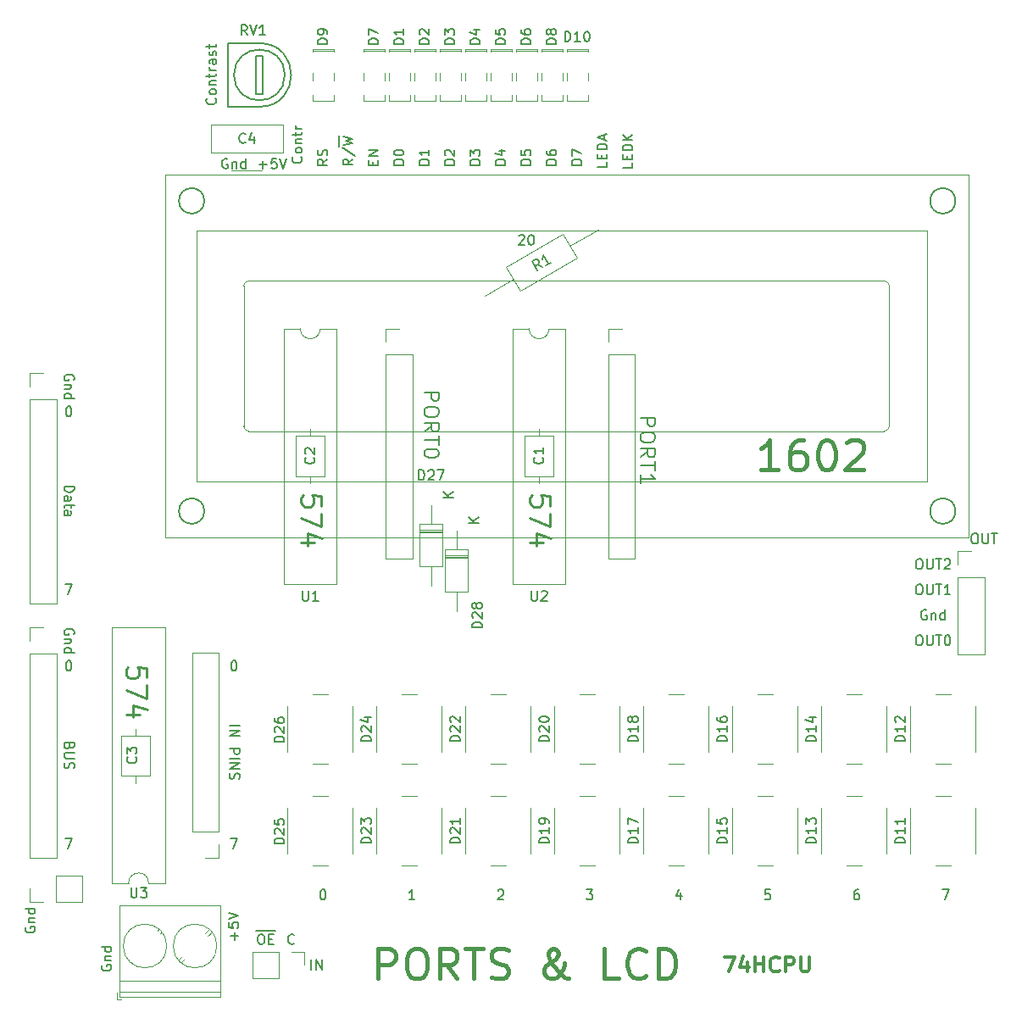
<source format=gbr>
%TF.GenerationSoftware,KiCad,Pcbnew,(5.1.8)-1*%
%TF.CreationDate,2024-08-17T01:38:09+03:00*%
%TF.ProjectId,Ports,506f7274-732e-46b6-9963-61645f706362,rev?*%
%TF.SameCoordinates,Original*%
%TF.FileFunction,Legend,Top*%
%TF.FilePolarity,Positive*%
%FSLAX46Y46*%
G04 Gerber Fmt 4.6, Leading zero omitted, Abs format (unit mm)*
G04 Created by KiCad (PCBNEW (5.1.8)-1) date 2024-08-17 01:38:09*
%MOMM*%
%LPD*%
G01*
G04 APERTURE LIST*
%ADD10C,0.150000*%
%ADD11C,0.250000*%
%ADD12C,0.400000*%
%ADD13C,0.300000*%
%ADD14C,0.200000*%
%ADD15C,0.120000*%
G04 APERTURE END LIST*
D10*
X64722380Y-83272380D02*
X64817619Y-83272380D01*
X64912857Y-83320000D01*
X64960476Y-83367619D01*
X65008095Y-83462857D01*
X65055714Y-83653333D01*
X65055714Y-83891428D01*
X65008095Y-84081904D01*
X64960476Y-84177142D01*
X64912857Y-84224761D01*
X64817619Y-84272380D01*
X64722380Y-84272380D01*
X64627142Y-84224761D01*
X64579523Y-84177142D01*
X64531904Y-84081904D01*
X64484285Y-83891428D01*
X64484285Y-83653333D01*
X64531904Y-83462857D01*
X64579523Y-83367619D01*
X64627142Y-83320000D01*
X64722380Y-83272380D01*
X64436666Y-101052380D02*
X65103333Y-101052380D01*
X64674761Y-102052380D01*
X93218095Y-40822619D02*
X93265714Y-40775000D01*
X93360952Y-40727380D01*
X93599047Y-40727380D01*
X93694285Y-40775000D01*
X93741904Y-40822619D01*
X93789523Y-40917857D01*
X93789523Y-41013095D01*
X93741904Y-41155952D01*
X93170476Y-41727380D01*
X93789523Y-41727380D01*
X94408571Y-40727380D02*
X94503809Y-40727380D01*
X94599047Y-40775000D01*
X94646666Y-40822619D01*
X94694285Y-40917857D01*
X94741904Y-41108333D01*
X94741904Y-41346428D01*
X94694285Y-41536904D01*
X94646666Y-41632142D01*
X94599047Y-41679761D01*
X94503809Y-41727380D01*
X94408571Y-41727380D01*
X94313333Y-41679761D01*
X94265714Y-41632142D01*
X94218095Y-41536904D01*
X94170476Y-41346428D01*
X94170476Y-41108333D01*
X94218095Y-40917857D01*
X94265714Y-40822619D01*
X94313333Y-40775000D01*
X94408571Y-40727380D01*
X62904642Y-27098333D02*
X62952261Y-27145952D01*
X62999880Y-27288809D01*
X62999880Y-27384047D01*
X62952261Y-27526904D01*
X62857023Y-27622142D01*
X62761785Y-27669761D01*
X62571309Y-27717380D01*
X62428452Y-27717380D01*
X62237976Y-27669761D01*
X62142738Y-27622142D01*
X62047500Y-27526904D01*
X61999880Y-27384047D01*
X61999880Y-27288809D01*
X62047500Y-27145952D01*
X62095119Y-27098333D01*
X62999880Y-26526904D02*
X62952261Y-26622142D01*
X62904642Y-26669761D01*
X62809404Y-26717380D01*
X62523690Y-26717380D01*
X62428452Y-26669761D01*
X62380833Y-26622142D01*
X62333214Y-26526904D01*
X62333214Y-26384047D01*
X62380833Y-26288809D01*
X62428452Y-26241190D01*
X62523690Y-26193571D01*
X62809404Y-26193571D01*
X62904642Y-26241190D01*
X62952261Y-26288809D01*
X62999880Y-26384047D01*
X62999880Y-26526904D01*
X62333214Y-25765000D02*
X62999880Y-25765000D01*
X62428452Y-25765000D02*
X62380833Y-25717380D01*
X62333214Y-25622142D01*
X62333214Y-25479285D01*
X62380833Y-25384047D01*
X62476071Y-25336428D01*
X62999880Y-25336428D01*
X62333214Y-25003095D02*
X62333214Y-24622142D01*
X61999880Y-24860238D02*
X62857023Y-24860238D01*
X62952261Y-24812619D01*
X62999880Y-24717380D01*
X62999880Y-24622142D01*
X62999880Y-24288809D02*
X62333214Y-24288809D01*
X62523690Y-24288809D02*
X62428452Y-24241190D01*
X62380833Y-24193571D01*
X62333214Y-24098333D01*
X62333214Y-24003095D01*
X62999880Y-23241190D02*
X62476071Y-23241190D01*
X62380833Y-23288809D01*
X62333214Y-23384047D01*
X62333214Y-23574523D01*
X62380833Y-23669761D01*
X62952261Y-23241190D02*
X62999880Y-23336428D01*
X62999880Y-23574523D01*
X62952261Y-23669761D01*
X62857023Y-23717380D01*
X62761785Y-23717380D01*
X62666547Y-23669761D01*
X62618928Y-23574523D01*
X62618928Y-23336428D01*
X62571309Y-23241190D01*
X62952261Y-22812619D02*
X62999880Y-22717380D01*
X62999880Y-22526904D01*
X62952261Y-22431666D01*
X62857023Y-22384047D01*
X62809404Y-22384047D01*
X62714166Y-22431666D01*
X62666547Y-22526904D01*
X62666547Y-22669761D01*
X62618928Y-22765000D01*
X62523690Y-22812619D01*
X62476071Y-22812619D01*
X62380833Y-22765000D01*
X62333214Y-22669761D01*
X62333214Y-22526904D01*
X62380833Y-22431666D01*
X62333214Y-22098333D02*
X62333214Y-21717380D01*
X61999880Y-21955476D02*
X62857023Y-21955476D01*
X62952261Y-21907857D01*
X62999880Y-21812619D01*
X62999880Y-21717380D01*
X43950000Y-109862857D02*
X43902380Y-109958095D01*
X43902380Y-110100952D01*
X43950000Y-110243809D01*
X44045238Y-110339047D01*
X44140476Y-110386666D01*
X44330952Y-110434285D01*
X44473809Y-110434285D01*
X44664285Y-110386666D01*
X44759523Y-110339047D01*
X44854761Y-110243809D01*
X44902380Y-110100952D01*
X44902380Y-110005714D01*
X44854761Y-109862857D01*
X44807142Y-109815238D01*
X44473809Y-109815238D01*
X44473809Y-110005714D01*
X44235714Y-109386666D02*
X44902380Y-109386666D01*
X44330952Y-109386666D02*
X44283333Y-109339047D01*
X44235714Y-109243809D01*
X44235714Y-109100952D01*
X44283333Y-109005714D01*
X44378571Y-108958095D01*
X44902380Y-108958095D01*
X44902380Y-108053333D02*
X43902380Y-108053333D01*
X44854761Y-108053333D02*
X44902380Y-108148571D01*
X44902380Y-108339047D01*
X44854761Y-108434285D01*
X44807142Y-108481904D01*
X44711904Y-108529523D01*
X44426190Y-108529523D01*
X44330952Y-108481904D01*
X44283333Y-108434285D01*
X44235714Y-108339047D01*
X44235714Y-108148571D01*
X44283333Y-108053333D01*
X64317619Y-89749642D02*
X65317619Y-89749642D01*
X64317619Y-90225833D02*
X65317619Y-90225833D01*
X64317619Y-90797261D01*
X65317619Y-90797261D01*
X64317619Y-92035357D02*
X65317619Y-92035357D01*
X65317619Y-92416309D01*
X65270000Y-92511547D01*
X65222380Y-92559166D01*
X65127142Y-92606785D01*
X64984285Y-92606785D01*
X64889047Y-92559166D01*
X64841428Y-92511547D01*
X64793809Y-92416309D01*
X64793809Y-92035357D01*
X64317619Y-93035357D02*
X65317619Y-93035357D01*
X64317619Y-93511547D02*
X65317619Y-93511547D01*
X64317619Y-94082976D01*
X65317619Y-94082976D01*
X64365238Y-94511547D02*
X64317619Y-94654404D01*
X64317619Y-94892500D01*
X64365238Y-94987738D01*
X64412857Y-95035357D01*
X64508095Y-95082976D01*
X64603333Y-95082976D01*
X64698571Y-95035357D01*
X64746190Y-94987738D01*
X64793809Y-94892500D01*
X64841428Y-94702023D01*
X64889047Y-94606785D01*
X64936666Y-94559166D01*
X65031904Y-94511547D01*
X65127142Y-94511547D01*
X65222380Y-94559166D01*
X65270000Y-94606785D01*
X65317619Y-94702023D01*
X65317619Y-94940119D01*
X65270000Y-95082976D01*
X138700000Y-70572380D02*
X138890476Y-70572380D01*
X138985714Y-70620000D01*
X139080952Y-70715238D01*
X139128571Y-70905714D01*
X139128571Y-71239047D01*
X139080952Y-71429523D01*
X138985714Y-71524761D01*
X138890476Y-71572380D01*
X138700000Y-71572380D01*
X138604761Y-71524761D01*
X138509523Y-71429523D01*
X138461904Y-71239047D01*
X138461904Y-70905714D01*
X138509523Y-70715238D01*
X138604761Y-70620000D01*
X138700000Y-70572380D01*
X139557142Y-70572380D02*
X139557142Y-71381904D01*
X139604761Y-71477142D01*
X139652380Y-71524761D01*
X139747619Y-71572380D01*
X139938095Y-71572380D01*
X140033333Y-71524761D01*
X140080952Y-71477142D01*
X140128571Y-71381904D01*
X140128571Y-70572380D01*
X140461904Y-70572380D02*
X141033333Y-70572380D01*
X140747619Y-71572380D02*
X140747619Y-70572380D01*
X135556666Y-106132380D02*
X136223333Y-106132380D01*
X135794761Y-107132380D01*
X127190476Y-106132380D02*
X127000000Y-106132380D01*
X126904761Y-106180000D01*
X126857142Y-106227619D01*
X126761904Y-106370476D01*
X126714285Y-106560952D01*
X126714285Y-106941904D01*
X126761904Y-107037142D01*
X126809523Y-107084761D01*
X126904761Y-107132380D01*
X127095238Y-107132380D01*
X127190476Y-107084761D01*
X127238095Y-107037142D01*
X127285714Y-106941904D01*
X127285714Y-106703809D01*
X127238095Y-106608571D01*
X127190476Y-106560952D01*
X127095238Y-106513333D01*
X126904761Y-106513333D01*
X126809523Y-106560952D01*
X126761904Y-106608571D01*
X126714285Y-106703809D01*
X118348095Y-106132380D02*
X117871904Y-106132380D01*
X117824285Y-106608571D01*
X117871904Y-106560952D01*
X117967142Y-106513333D01*
X118205238Y-106513333D01*
X118300476Y-106560952D01*
X118348095Y-106608571D01*
X118395714Y-106703809D01*
X118395714Y-106941904D01*
X118348095Y-107037142D01*
X118300476Y-107084761D01*
X118205238Y-107132380D01*
X117967142Y-107132380D01*
X117871904Y-107084761D01*
X117824285Y-107037142D01*
X109410476Y-106465714D02*
X109410476Y-107132380D01*
X109172380Y-106084761D02*
X108934285Y-106799047D01*
X109553333Y-106799047D01*
X99996666Y-106132380D02*
X100615714Y-106132380D01*
X100282380Y-106513333D01*
X100425238Y-106513333D01*
X100520476Y-106560952D01*
X100568095Y-106608571D01*
X100615714Y-106703809D01*
X100615714Y-106941904D01*
X100568095Y-107037142D01*
X100520476Y-107084761D01*
X100425238Y-107132380D01*
X100139523Y-107132380D01*
X100044285Y-107084761D01*
X99996666Y-107037142D01*
X91154285Y-106227619D02*
X91201904Y-106180000D01*
X91297142Y-106132380D01*
X91535238Y-106132380D01*
X91630476Y-106180000D01*
X91678095Y-106227619D01*
X91725714Y-106322857D01*
X91725714Y-106418095D01*
X91678095Y-106560952D01*
X91106666Y-107132380D01*
X91725714Y-107132380D01*
X82835714Y-107132380D02*
X82264285Y-107132380D01*
X82550000Y-107132380D02*
X82550000Y-106132380D01*
X82454761Y-106275238D01*
X82359523Y-106370476D01*
X82264285Y-106418095D01*
X73612380Y-106132380D02*
X73707619Y-106132380D01*
X73802857Y-106180000D01*
X73850476Y-106227619D01*
X73898095Y-106322857D01*
X73945714Y-106513333D01*
X73945714Y-106751428D01*
X73898095Y-106941904D01*
X73850476Y-107037142D01*
X73802857Y-107084761D01*
X73707619Y-107132380D01*
X73612380Y-107132380D01*
X73517142Y-107084761D01*
X73469523Y-107037142D01*
X73421904Y-106941904D01*
X73374285Y-106751428D01*
X73374285Y-106513333D01*
X73421904Y-106322857D01*
X73469523Y-106227619D01*
X73517142Y-106180000D01*
X73612380Y-106132380D01*
D11*
X56022738Y-84931428D02*
X56022738Y-83979047D01*
X55070357Y-83883809D01*
X55165595Y-83979047D01*
X55260833Y-84169523D01*
X55260833Y-84645714D01*
X55165595Y-84836190D01*
X55070357Y-84931428D01*
X54879880Y-85026666D01*
X54403690Y-85026666D01*
X54213214Y-84931428D01*
X54117976Y-84836190D01*
X54022738Y-84645714D01*
X54022738Y-84169523D01*
X54117976Y-83979047D01*
X54213214Y-83883809D01*
X56022738Y-85693333D02*
X56022738Y-87026666D01*
X54022738Y-86169523D01*
X55356071Y-88645714D02*
X54022738Y-88645714D01*
X56117976Y-88169523D02*
X54689404Y-87693333D01*
X54689404Y-88931428D01*
D10*
X48760000Y-80637142D02*
X48807619Y-80541904D01*
X48807619Y-80399047D01*
X48760000Y-80256190D01*
X48664761Y-80160952D01*
X48569523Y-80113333D01*
X48379047Y-80065714D01*
X48236190Y-80065714D01*
X48045714Y-80113333D01*
X47950476Y-80160952D01*
X47855238Y-80256190D01*
X47807619Y-80399047D01*
X47807619Y-80494285D01*
X47855238Y-80637142D01*
X47902857Y-80684761D01*
X48236190Y-80684761D01*
X48236190Y-80494285D01*
X48474285Y-81113333D02*
X47807619Y-81113333D01*
X48379047Y-81113333D02*
X48426666Y-81160952D01*
X48474285Y-81256190D01*
X48474285Y-81399047D01*
X48426666Y-81494285D01*
X48331428Y-81541904D01*
X47807619Y-81541904D01*
X47807619Y-82446666D02*
X48807619Y-82446666D01*
X47855238Y-82446666D02*
X47807619Y-82351428D01*
X47807619Y-82160952D01*
X47855238Y-82065714D01*
X47902857Y-82018095D01*
X47998095Y-81970476D01*
X48283809Y-81970476D01*
X48379047Y-82018095D01*
X48426666Y-82065714D01*
X48474285Y-82160952D01*
X48474285Y-82351428D01*
X48426666Y-82446666D01*
X66968809Y-110210000D02*
X68016428Y-110210000D01*
X67397380Y-110577380D02*
X67587857Y-110577380D01*
X67683095Y-110625000D01*
X67778333Y-110720238D01*
X67825952Y-110910714D01*
X67825952Y-111244047D01*
X67778333Y-111434523D01*
X67683095Y-111529761D01*
X67587857Y-111577380D01*
X67397380Y-111577380D01*
X67302142Y-111529761D01*
X67206904Y-111434523D01*
X67159285Y-111244047D01*
X67159285Y-110910714D01*
X67206904Y-110720238D01*
X67302142Y-110625000D01*
X67397380Y-110577380D01*
X68016428Y-110210000D02*
X68921190Y-110210000D01*
X68254523Y-111053571D02*
X68587857Y-111053571D01*
X68730714Y-111577380D02*
X68254523Y-111577380D01*
X68254523Y-110577380D01*
X68730714Y-110577380D01*
X70794523Y-111482142D02*
X70746904Y-111529761D01*
X70604047Y-111577380D01*
X70508809Y-111577380D01*
X70365952Y-111529761D01*
X70270714Y-111434523D01*
X70223095Y-111339285D01*
X70175476Y-111148809D01*
X70175476Y-111005952D01*
X70223095Y-110815476D01*
X70270714Y-110720238D01*
X70365952Y-110625000D01*
X70508809Y-110577380D01*
X70604047Y-110577380D01*
X70746904Y-110625000D01*
X70794523Y-110672619D01*
X72501190Y-114117380D02*
X72501190Y-113117380D01*
X72977380Y-114117380D02*
X72977380Y-113117380D01*
X73548809Y-114117380D01*
X73548809Y-113117380D01*
X47926666Y-101052380D02*
X48593333Y-101052380D01*
X48164761Y-102052380D01*
X48212380Y-83272380D02*
X48307619Y-83272380D01*
X48402857Y-83320000D01*
X48450476Y-83367619D01*
X48498095Y-83462857D01*
X48545714Y-83653333D01*
X48545714Y-83891428D01*
X48498095Y-84081904D01*
X48450476Y-84177142D01*
X48402857Y-84224761D01*
X48307619Y-84272380D01*
X48212380Y-84272380D01*
X48117142Y-84224761D01*
X48069523Y-84177142D01*
X48021904Y-84081904D01*
X47974285Y-83891428D01*
X47974285Y-83653333D01*
X48021904Y-83462857D01*
X48069523Y-83367619D01*
X48117142Y-83320000D01*
X48212380Y-83272380D01*
X48331428Y-91781428D02*
X48283809Y-91924285D01*
X48236190Y-91971904D01*
X48140952Y-92019523D01*
X47998095Y-92019523D01*
X47902857Y-91971904D01*
X47855238Y-91924285D01*
X47807619Y-91829047D01*
X47807619Y-91448095D01*
X48807619Y-91448095D01*
X48807619Y-91781428D01*
X48760000Y-91876666D01*
X48712380Y-91924285D01*
X48617142Y-91971904D01*
X48521904Y-91971904D01*
X48426666Y-91924285D01*
X48379047Y-91876666D01*
X48331428Y-91781428D01*
X48331428Y-91448095D01*
X48807619Y-92448095D02*
X47998095Y-92448095D01*
X47902857Y-92495714D01*
X47855238Y-92543333D01*
X47807619Y-92638571D01*
X47807619Y-92829047D01*
X47855238Y-92924285D01*
X47902857Y-92971904D01*
X47998095Y-93019523D01*
X48807619Y-93019523D01*
X47855238Y-93448095D02*
X47807619Y-93590952D01*
X47807619Y-93829047D01*
X47855238Y-93924285D01*
X47902857Y-93971904D01*
X47998095Y-94019523D01*
X48093333Y-94019523D01*
X48188571Y-93971904D01*
X48236190Y-93924285D01*
X48283809Y-93829047D01*
X48331428Y-93638571D01*
X48379047Y-93543333D01*
X48426666Y-93495714D01*
X48521904Y-93448095D01*
X48617142Y-93448095D01*
X48712380Y-93495714D01*
X48760000Y-93543333D01*
X48807619Y-93638571D01*
X48807619Y-93876666D01*
X48760000Y-94019523D01*
X133143809Y-80732380D02*
X133334285Y-80732380D01*
X133429523Y-80780000D01*
X133524761Y-80875238D01*
X133572380Y-81065714D01*
X133572380Y-81399047D01*
X133524761Y-81589523D01*
X133429523Y-81684761D01*
X133334285Y-81732380D01*
X133143809Y-81732380D01*
X133048571Y-81684761D01*
X132953333Y-81589523D01*
X132905714Y-81399047D01*
X132905714Y-81065714D01*
X132953333Y-80875238D01*
X133048571Y-80780000D01*
X133143809Y-80732380D01*
X134000952Y-80732380D02*
X134000952Y-81541904D01*
X134048571Y-81637142D01*
X134096190Y-81684761D01*
X134191428Y-81732380D01*
X134381904Y-81732380D01*
X134477142Y-81684761D01*
X134524761Y-81637142D01*
X134572380Y-81541904D01*
X134572380Y-80732380D01*
X134905714Y-80732380D02*
X135477142Y-80732380D01*
X135191428Y-81732380D02*
X135191428Y-80732380D01*
X136000952Y-80732380D02*
X136096190Y-80732380D01*
X136191428Y-80780000D01*
X136239047Y-80827619D01*
X136286666Y-80922857D01*
X136334285Y-81113333D01*
X136334285Y-81351428D01*
X136286666Y-81541904D01*
X136239047Y-81637142D01*
X136191428Y-81684761D01*
X136096190Y-81732380D01*
X136000952Y-81732380D01*
X135905714Y-81684761D01*
X135858095Y-81637142D01*
X135810476Y-81541904D01*
X135762857Y-81351428D01*
X135762857Y-81113333D01*
X135810476Y-80922857D01*
X135858095Y-80827619D01*
X135905714Y-80780000D01*
X136000952Y-80732380D01*
X76652380Y-33170714D02*
X76176190Y-33504047D01*
X76652380Y-33742142D02*
X75652380Y-33742142D01*
X75652380Y-33361190D01*
X75700000Y-33265952D01*
X75747619Y-33218333D01*
X75842857Y-33170714D01*
X75985714Y-33170714D01*
X76080952Y-33218333D01*
X76128571Y-33265952D01*
X76176190Y-33361190D01*
X76176190Y-33742142D01*
X75604761Y-32027857D02*
X76890476Y-32885000D01*
X75285000Y-31932619D02*
X75285000Y-30789761D01*
X75652380Y-31789761D02*
X76652380Y-31551666D01*
X75938095Y-31361190D01*
X76652380Y-31170714D01*
X75652380Y-30932619D01*
X104592380Y-33527857D02*
X104592380Y-34004047D01*
X103592380Y-34004047D01*
X104068571Y-33194523D02*
X104068571Y-32861190D01*
X104592380Y-32718333D02*
X104592380Y-33194523D01*
X103592380Y-33194523D01*
X103592380Y-32718333D01*
X104592380Y-32289761D02*
X103592380Y-32289761D01*
X103592380Y-32051666D01*
X103640000Y-31908809D01*
X103735238Y-31813571D01*
X103830476Y-31765952D01*
X104020952Y-31718333D01*
X104163809Y-31718333D01*
X104354285Y-31765952D01*
X104449523Y-31813571D01*
X104544761Y-31908809D01*
X104592380Y-32051666D01*
X104592380Y-32289761D01*
X104592380Y-31289761D02*
X103592380Y-31289761D01*
X104592380Y-30718333D02*
X104020952Y-31146904D01*
X103592380Y-30718333D02*
X104163809Y-31289761D01*
X102052380Y-33456428D02*
X102052380Y-33932619D01*
X101052380Y-33932619D01*
X101528571Y-33123095D02*
X101528571Y-32789761D01*
X102052380Y-32646904D02*
X102052380Y-33123095D01*
X101052380Y-33123095D01*
X101052380Y-32646904D01*
X102052380Y-32218333D02*
X101052380Y-32218333D01*
X101052380Y-31980238D01*
X101100000Y-31837380D01*
X101195238Y-31742142D01*
X101290476Y-31694523D01*
X101480952Y-31646904D01*
X101623809Y-31646904D01*
X101814285Y-31694523D01*
X101909523Y-31742142D01*
X102004761Y-31837380D01*
X102052380Y-31980238D01*
X102052380Y-32218333D01*
X101766666Y-31265952D02*
X101766666Y-30789761D01*
X102052380Y-31361190D02*
X101052380Y-31027857D01*
X102052380Y-30694523D01*
X99512380Y-33758095D02*
X98512380Y-33758095D01*
X98512380Y-33520000D01*
X98560000Y-33377142D01*
X98655238Y-33281904D01*
X98750476Y-33234285D01*
X98940952Y-33186666D01*
X99083809Y-33186666D01*
X99274285Y-33234285D01*
X99369523Y-33281904D01*
X99464761Y-33377142D01*
X99512380Y-33520000D01*
X99512380Y-33758095D01*
X98512380Y-32853333D02*
X98512380Y-32186666D01*
X99512380Y-32615238D01*
X96972380Y-33758095D02*
X95972380Y-33758095D01*
X95972380Y-33520000D01*
X96020000Y-33377142D01*
X96115238Y-33281904D01*
X96210476Y-33234285D01*
X96400952Y-33186666D01*
X96543809Y-33186666D01*
X96734285Y-33234285D01*
X96829523Y-33281904D01*
X96924761Y-33377142D01*
X96972380Y-33520000D01*
X96972380Y-33758095D01*
X95972380Y-32329523D02*
X95972380Y-32520000D01*
X96020000Y-32615238D01*
X96067619Y-32662857D01*
X96210476Y-32758095D01*
X96400952Y-32805714D01*
X96781904Y-32805714D01*
X96877142Y-32758095D01*
X96924761Y-32710476D01*
X96972380Y-32615238D01*
X96972380Y-32424761D01*
X96924761Y-32329523D01*
X96877142Y-32281904D01*
X96781904Y-32234285D01*
X96543809Y-32234285D01*
X96448571Y-32281904D01*
X96400952Y-32329523D01*
X96353333Y-32424761D01*
X96353333Y-32615238D01*
X96400952Y-32710476D01*
X96448571Y-32758095D01*
X96543809Y-32805714D01*
X94432380Y-33758095D02*
X93432380Y-33758095D01*
X93432380Y-33520000D01*
X93480000Y-33377142D01*
X93575238Y-33281904D01*
X93670476Y-33234285D01*
X93860952Y-33186666D01*
X94003809Y-33186666D01*
X94194285Y-33234285D01*
X94289523Y-33281904D01*
X94384761Y-33377142D01*
X94432380Y-33520000D01*
X94432380Y-33758095D01*
X93432380Y-32281904D02*
X93432380Y-32758095D01*
X93908571Y-32805714D01*
X93860952Y-32758095D01*
X93813333Y-32662857D01*
X93813333Y-32424761D01*
X93860952Y-32329523D01*
X93908571Y-32281904D01*
X94003809Y-32234285D01*
X94241904Y-32234285D01*
X94337142Y-32281904D01*
X94384761Y-32329523D01*
X94432380Y-32424761D01*
X94432380Y-32662857D01*
X94384761Y-32758095D01*
X94337142Y-32805714D01*
X91892380Y-33758095D02*
X90892380Y-33758095D01*
X90892380Y-33520000D01*
X90940000Y-33377142D01*
X91035238Y-33281904D01*
X91130476Y-33234285D01*
X91320952Y-33186666D01*
X91463809Y-33186666D01*
X91654285Y-33234285D01*
X91749523Y-33281904D01*
X91844761Y-33377142D01*
X91892380Y-33520000D01*
X91892380Y-33758095D01*
X91225714Y-32329523D02*
X91892380Y-32329523D01*
X90844761Y-32567619D02*
X91559047Y-32805714D01*
X91559047Y-32186666D01*
X89352380Y-33758095D02*
X88352380Y-33758095D01*
X88352380Y-33520000D01*
X88400000Y-33377142D01*
X88495238Y-33281904D01*
X88590476Y-33234285D01*
X88780952Y-33186666D01*
X88923809Y-33186666D01*
X89114285Y-33234285D01*
X89209523Y-33281904D01*
X89304761Y-33377142D01*
X89352380Y-33520000D01*
X89352380Y-33758095D01*
X88352380Y-32853333D02*
X88352380Y-32234285D01*
X88733333Y-32567619D01*
X88733333Y-32424761D01*
X88780952Y-32329523D01*
X88828571Y-32281904D01*
X88923809Y-32234285D01*
X89161904Y-32234285D01*
X89257142Y-32281904D01*
X89304761Y-32329523D01*
X89352380Y-32424761D01*
X89352380Y-32710476D01*
X89304761Y-32805714D01*
X89257142Y-32853333D01*
X86812380Y-33758095D02*
X85812380Y-33758095D01*
X85812380Y-33520000D01*
X85860000Y-33377142D01*
X85955238Y-33281904D01*
X86050476Y-33234285D01*
X86240952Y-33186666D01*
X86383809Y-33186666D01*
X86574285Y-33234285D01*
X86669523Y-33281904D01*
X86764761Y-33377142D01*
X86812380Y-33520000D01*
X86812380Y-33758095D01*
X85907619Y-32805714D02*
X85860000Y-32758095D01*
X85812380Y-32662857D01*
X85812380Y-32424761D01*
X85860000Y-32329523D01*
X85907619Y-32281904D01*
X86002857Y-32234285D01*
X86098095Y-32234285D01*
X86240952Y-32281904D01*
X86812380Y-32853333D01*
X86812380Y-32234285D01*
X84272380Y-33758095D02*
X83272380Y-33758095D01*
X83272380Y-33520000D01*
X83320000Y-33377142D01*
X83415238Y-33281904D01*
X83510476Y-33234285D01*
X83700952Y-33186666D01*
X83843809Y-33186666D01*
X84034285Y-33234285D01*
X84129523Y-33281904D01*
X84224761Y-33377142D01*
X84272380Y-33520000D01*
X84272380Y-33758095D01*
X84272380Y-32234285D02*
X84272380Y-32805714D01*
X84272380Y-32520000D02*
X83272380Y-32520000D01*
X83415238Y-32615238D01*
X83510476Y-32710476D01*
X83558095Y-32805714D01*
X81732380Y-33758095D02*
X80732380Y-33758095D01*
X80732380Y-33520000D01*
X80780000Y-33377142D01*
X80875238Y-33281904D01*
X80970476Y-33234285D01*
X81160952Y-33186666D01*
X81303809Y-33186666D01*
X81494285Y-33234285D01*
X81589523Y-33281904D01*
X81684761Y-33377142D01*
X81732380Y-33520000D01*
X81732380Y-33758095D01*
X80732380Y-32567619D02*
X80732380Y-32472380D01*
X80780000Y-32377142D01*
X80827619Y-32329523D01*
X80922857Y-32281904D01*
X81113333Y-32234285D01*
X81351428Y-32234285D01*
X81541904Y-32281904D01*
X81637142Y-32329523D01*
X81684761Y-32377142D01*
X81732380Y-32472380D01*
X81732380Y-32567619D01*
X81684761Y-32662857D01*
X81637142Y-32710476D01*
X81541904Y-32758095D01*
X81351428Y-32805714D01*
X81113333Y-32805714D01*
X80922857Y-32758095D01*
X80827619Y-32710476D01*
X80780000Y-32662857D01*
X80732380Y-32567619D01*
X78668571Y-33758095D02*
X78668571Y-33424761D01*
X79192380Y-33281904D02*
X79192380Y-33758095D01*
X78192380Y-33758095D01*
X78192380Y-33281904D01*
X79192380Y-32853333D02*
X78192380Y-32853333D01*
X79192380Y-32281904D01*
X78192380Y-32281904D01*
X74112380Y-33186666D02*
X73636190Y-33520000D01*
X74112380Y-33758095D02*
X73112380Y-33758095D01*
X73112380Y-33377142D01*
X73160000Y-33281904D01*
X73207619Y-33234285D01*
X73302857Y-33186666D01*
X73445714Y-33186666D01*
X73540952Y-33234285D01*
X73588571Y-33281904D01*
X73636190Y-33377142D01*
X73636190Y-33758095D01*
X74064761Y-32805714D02*
X74112380Y-32662857D01*
X74112380Y-32424761D01*
X74064761Y-32329523D01*
X74017142Y-32281904D01*
X73921904Y-32234285D01*
X73826666Y-32234285D01*
X73731428Y-32281904D01*
X73683809Y-32329523D01*
X73636190Y-32424761D01*
X73588571Y-32615238D01*
X73540952Y-32710476D01*
X73493333Y-32758095D01*
X73398095Y-32805714D01*
X73302857Y-32805714D01*
X73207619Y-32758095D01*
X73160000Y-32710476D01*
X73112380Y-32615238D01*
X73112380Y-32377142D01*
X73160000Y-32234285D01*
X71477142Y-32940476D02*
X71524761Y-32988095D01*
X71572380Y-33130952D01*
X71572380Y-33226190D01*
X71524761Y-33369047D01*
X71429523Y-33464285D01*
X71334285Y-33511904D01*
X71143809Y-33559523D01*
X71000952Y-33559523D01*
X70810476Y-33511904D01*
X70715238Y-33464285D01*
X70620000Y-33369047D01*
X70572380Y-33226190D01*
X70572380Y-33130952D01*
X70620000Y-32988095D01*
X70667619Y-32940476D01*
X71572380Y-32369047D02*
X71524761Y-32464285D01*
X71477142Y-32511904D01*
X71381904Y-32559523D01*
X71096190Y-32559523D01*
X71000952Y-32511904D01*
X70953333Y-32464285D01*
X70905714Y-32369047D01*
X70905714Y-32226190D01*
X70953333Y-32130952D01*
X71000952Y-32083333D01*
X71096190Y-32035714D01*
X71381904Y-32035714D01*
X71477142Y-32083333D01*
X71524761Y-32130952D01*
X71572380Y-32226190D01*
X71572380Y-32369047D01*
X70905714Y-31607142D02*
X71572380Y-31607142D01*
X71000952Y-31607142D02*
X70953333Y-31559523D01*
X70905714Y-31464285D01*
X70905714Y-31321428D01*
X70953333Y-31226190D01*
X71048571Y-31178571D01*
X71572380Y-31178571D01*
X70905714Y-30845238D02*
X70905714Y-30464285D01*
X70572380Y-30702380D02*
X71429523Y-30702380D01*
X71524761Y-30654761D01*
X71572380Y-30559523D01*
X71572380Y-30464285D01*
X71572380Y-30130952D02*
X70905714Y-30130952D01*
X71096190Y-30130952D02*
X71000952Y-30083333D01*
X70953333Y-30035714D01*
X70905714Y-29940476D01*
X70905714Y-29845238D01*
X67294285Y-33726428D02*
X68056190Y-33726428D01*
X67675238Y-34107380D02*
X67675238Y-33345476D01*
X69008571Y-33107380D02*
X68532380Y-33107380D01*
X68484761Y-33583571D01*
X68532380Y-33535952D01*
X68627619Y-33488333D01*
X68865714Y-33488333D01*
X68960952Y-33535952D01*
X69008571Y-33583571D01*
X69056190Y-33678809D01*
X69056190Y-33916904D01*
X69008571Y-34012142D01*
X68960952Y-34059761D01*
X68865714Y-34107380D01*
X68627619Y-34107380D01*
X68532380Y-34059761D01*
X68484761Y-34012142D01*
X69341904Y-33107380D02*
X69675238Y-34107380D01*
X70008571Y-33107380D01*
X64127142Y-33155000D02*
X64031904Y-33107380D01*
X63889047Y-33107380D01*
X63746190Y-33155000D01*
X63650952Y-33250238D01*
X63603333Y-33345476D01*
X63555714Y-33535952D01*
X63555714Y-33678809D01*
X63603333Y-33869285D01*
X63650952Y-33964523D01*
X63746190Y-34059761D01*
X63889047Y-34107380D01*
X63984285Y-34107380D01*
X64127142Y-34059761D01*
X64174761Y-34012142D01*
X64174761Y-33678809D01*
X63984285Y-33678809D01*
X64603333Y-33440714D02*
X64603333Y-34107380D01*
X64603333Y-33535952D02*
X64650952Y-33488333D01*
X64746190Y-33440714D01*
X64889047Y-33440714D01*
X64984285Y-33488333D01*
X65031904Y-33583571D01*
X65031904Y-34107380D01*
X65936666Y-34107380D02*
X65936666Y-33107380D01*
X65936666Y-34059761D02*
X65841428Y-34107380D01*
X65650952Y-34107380D01*
X65555714Y-34059761D01*
X65508095Y-34012142D01*
X65460476Y-33916904D01*
X65460476Y-33631190D01*
X65508095Y-33535952D01*
X65555714Y-33488333D01*
X65650952Y-33440714D01*
X65841428Y-33440714D01*
X65936666Y-33488333D01*
X47807619Y-65857619D02*
X48807619Y-65857619D01*
X48807619Y-66095714D01*
X48760000Y-66238571D01*
X48664761Y-66333809D01*
X48569523Y-66381428D01*
X48379047Y-66429047D01*
X48236190Y-66429047D01*
X48045714Y-66381428D01*
X47950476Y-66333809D01*
X47855238Y-66238571D01*
X47807619Y-66095714D01*
X47807619Y-65857619D01*
X47807619Y-67286190D02*
X48331428Y-67286190D01*
X48426666Y-67238571D01*
X48474285Y-67143333D01*
X48474285Y-66952857D01*
X48426666Y-66857619D01*
X47855238Y-67286190D02*
X47807619Y-67190952D01*
X47807619Y-66952857D01*
X47855238Y-66857619D01*
X47950476Y-66810000D01*
X48045714Y-66810000D01*
X48140952Y-66857619D01*
X48188571Y-66952857D01*
X48188571Y-67190952D01*
X48236190Y-67286190D01*
X48474285Y-67619523D02*
X48474285Y-68000476D01*
X48807619Y-67762380D02*
X47950476Y-67762380D01*
X47855238Y-67810000D01*
X47807619Y-67905238D01*
X47807619Y-68000476D01*
X47807619Y-68762380D02*
X48331428Y-68762380D01*
X48426666Y-68714761D01*
X48474285Y-68619523D01*
X48474285Y-68429047D01*
X48426666Y-68333809D01*
X47855238Y-68762380D02*
X47807619Y-68667142D01*
X47807619Y-68429047D01*
X47855238Y-68333809D01*
X47950476Y-68286190D01*
X48045714Y-68286190D01*
X48140952Y-68333809D01*
X48188571Y-68429047D01*
X48188571Y-68667142D01*
X48236190Y-68762380D01*
D12*
X119126428Y-64222142D02*
X117412142Y-64222142D01*
X118269285Y-64222142D02*
X118269285Y-61222142D01*
X117983571Y-61650714D01*
X117697857Y-61936428D01*
X117412142Y-62079285D01*
X121697857Y-61222142D02*
X121126428Y-61222142D01*
X120840714Y-61365000D01*
X120697857Y-61507857D01*
X120412142Y-61936428D01*
X120269285Y-62507857D01*
X120269285Y-63650714D01*
X120412142Y-63936428D01*
X120555000Y-64079285D01*
X120840714Y-64222142D01*
X121412142Y-64222142D01*
X121697857Y-64079285D01*
X121840714Y-63936428D01*
X121983571Y-63650714D01*
X121983571Y-62936428D01*
X121840714Y-62650714D01*
X121697857Y-62507857D01*
X121412142Y-62365000D01*
X120840714Y-62365000D01*
X120555000Y-62507857D01*
X120412142Y-62650714D01*
X120269285Y-62936428D01*
X123840714Y-61222142D02*
X124126428Y-61222142D01*
X124412142Y-61365000D01*
X124555000Y-61507857D01*
X124697857Y-61793571D01*
X124840714Y-62365000D01*
X124840714Y-63079285D01*
X124697857Y-63650714D01*
X124555000Y-63936428D01*
X124412142Y-64079285D01*
X124126428Y-64222142D01*
X123840714Y-64222142D01*
X123555000Y-64079285D01*
X123412142Y-63936428D01*
X123269285Y-63650714D01*
X123126428Y-63079285D01*
X123126428Y-62365000D01*
X123269285Y-61793571D01*
X123412142Y-61507857D01*
X123555000Y-61365000D01*
X123840714Y-61222142D01*
X125983571Y-61507857D02*
X126126428Y-61365000D01*
X126412142Y-61222142D01*
X127126428Y-61222142D01*
X127412142Y-61365000D01*
X127555000Y-61507857D01*
X127697857Y-61793571D01*
X127697857Y-62079285D01*
X127555000Y-62507857D01*
X125840714Y-64222142D01*
X127697857Y-64222142D01*
D13*
X113824285Y-112843571D02*
X114824285Y-112843571D01*
X114181428Y-114343571D01*
X116038571Y-113343571D02*
X116038571Y-114343571D01*
X115681428Y-112772142D02*
X115324285Y-113843571D01*
X116252857Y-113843571D01*
X116824285Y-114343571D02*
X116824285Y-112843571D01*
X116824285Y-113557857D02*
X117681428Y-113557857D01*
X117681428Y-114343571D02*
X117681428Y-112843571D01*
X119252857Y-114200714D02*
X119181428Y-114272142D01*
X118967142Y-114343571D01*
X118824285Y-114343571D01*
X118610000Y-114272142D01*
X118467142Y-114129285D01*
X118395714Y-113986428D01*
X118324285Y-113700714D01*
X118324285Y-113486428D01*
X118395714Y-113200714D01*
X118467142Y-113057857D01*
X118610000Y-112915000D01*
X118824285Y-112843571D01*
X118967142Y-112843571D01*
X119181428Y-112915000D01*
X119252857Y-112986428D01*
X119895714Y-114343571D02*
X119895714Y-112843571D01*
X120467142Y-112843571D01*
X120610000Y-112915000D01*
X120681428Y-112986428D01*
X120752857Y-113129285D01*
X120752857Y-113343571D01*
X120681428Y-113486428D01*
X120610000Y-113557857D01*
X120467142Y-113629285D01*
X119895714Y-113629285D01*
X121395714Y-112843571D02*
X121395714Y-114057857D01*
X121467142Y-114200714D01*
X121538571Y-114272142D01*
X121681428Y-114343571D01*
X121967142Y-114343571D01*
X122110000Y-114272142D01*
X122181428Y-114200714D01*
X122252857Y-114057857D01*
X122252857Y-112843571D01*
D12*
X79194285Y-115022142D02*
X79194285Y-112022142D01*
X80337142Y-112022142D01*
X80622857Y-112165000D01*
X80765714Y-112307857D01*
X80908571Y-112593571D01*
X80908571Y-113022142D01*
X80765714Y-113307857D01*
X80622857Y-113450714D01*
X80337142Y-113593571D01*
X79194285Y-113593571D01*
X82765714Y-112022142D02*
X83337142Y-112022142D01*
X83622857Y-112165000D01*
X83908571Y-112450714D01*
X84051428Y-113022142D01*
X84051428Y-114022142D01*
X83908571Y-114593571D01*
X83622857Y-114879285D01*
X83337142Y-115022142D01*
X82765714Y-115022142D01*
X82480000Y-114879285D01*
X82194285Y-114593571D01*
X82051428Y-114022142D01*
X82051428Y-113022142D01*
X82194285Y-112450714D01*
X82480000Y-112165000D01*
X82765714Y-112022142D01*
X87051428Y-115022142D02*
X86051428Y-113593571D01*
X85337142Y-115022142D02*
X85337142Y-112022142D01*
X86480000Y-112022142D01*
X86765714Y-112165000D01*
X86908571Y-112307857D01*
X87051428Y-112593571D01*
X87051428Y-113022142D01*
X86908571Y-113307857D01*
X86765714Y-113450714D01*
X86480000Y-113593571D01*
X85337142Y-113593571D01*
X87908571Y-112022142D02*
X89622857Y-112022142D01*
X88765714Y-115022142D02*
X88765714Y-112022142D01*
X90480000Y-114879285D02*
X90908571Y-115022142D01*
X91622857Y-115022142D01*
X91908571Y-114879285D01*
X92051428Y-114736428D01*
X92194285Y-114450714D01*
X92194285Y-114165000D01*
X92051428Y-113879285D01*
X91908571Y-113736428D01*
X91622857Y-113593571D01*
X91051428Y-113450714D01*
X90765714Y-113307857D01*
X90622857Y-113165000D01*
X90480000Y-112879285D01*
X90480000Y-112593571D01*
X90622857Y-112307857D01*
X90765714Y-112165000D01*
X91051428Y-112022142D01*
X91765714Y-112022142D01*
X92194285Y-112165000D01*
X98194285Y-115022142D02*
X98051428Y-115022142D01*
X97765714Y-114879285D01*
X97337142Y-114450714D01*
X96622857Y-113593571D01*
X96337142Y-113165000D01*
X96194285Y-112736428D01*
X96194285Y-112450714D01*
X96337142Y-112165000D01*
X96622857Y-112022142D01*
X96765714Y-112022142D01*
X97051428Y-112165000D01*
X97194285Y-112450714D01*
X97194285Y-112593571D01*
X97051428Y-112879285D01*
X96908571Y-113022142D01*
X96051428Y-113593571D01*
X95908571Y-113736428D01*
X95765714Y-114022142D01*
X95765714Y-114450714D01*
X95908571Y-114736428D01*
X96051428Y-114879285D01*
X96337142Y-115022142D01*
X96765714Y-115022142D01*
X97051428Y-114879285D01*
X97194285Y-114736428D01*
X97622857Y-114165000D01*
X97765714Y-113736428D01*
X97765714Y-113450714D01*
X103194285Y-115022142D02*
X101765714Y-115022142D01*
X101765714Y-112022142D01*
X105908571Y-114736428D02*
X105765714Y-114879285D01*
X105337142Y-115022142D01*
X105051428Y-115022142D01*
X104622857Y-114879285D01*
X104337142Y-114593571D01*
X104194285Y-114307857D01*
X104051428Y-113736428D01*
X104051428Y-113307857D01*
X104194285Y-112736428D01*
X104337142Y-112450714D01*
X104622857Y-112165000D01*
X105051428Y-112022142D01*
X105337142Y-112022142D01*
X105765714Y-112165000D01*
X105908571Y-112307857D01*
X107194285Y-115022142D02*
X107194285Y-112022142D01*
X107908571Y-112022142D01*
X108337142Y-112165000D01*
X108622857Y-112450714D01*
X108765714Y-112736428D01*
X108908571Y-113307857D01*
X108908571Y-113736428D01*
X108765714Y-114307857D01*
X108622857Y-114593571D01*
X108337142Y-114879285D01*
X107908571Y-115022142D01*
X107194285Y-115022142D01*
D11*
X73485238Y-67786428D02*
X73485238Y-66834047D01*
X72532857Y-66738809D01*
X72628095Y-66834047D01*
X72723333Y-67024523D01*
X72723333Y-67500714D01*
X72628095Y-67691190D01*
X72532857Y-67786428D01*
X72342380Y-67881666D01*
X71866190Y-67881666D01*
X71675714Y-67786428D01*
X71580476Y-67691190D01*
X71485238Y-67500714D01*
X71485238Y-67024523D01*
X71580476Y-66834047D01*
X71675714Y-66738809D01*
X73485238Y-68548333D02*
X73485238Y-69881666D01*
X71485238Y-69024523D01*
X72818571Y-71500714D02*
X71485238Y-71500714D01*
X73580476Y-71024523D02*
X72151904Y-70548333D01*
X72151904Y-71786428D01*
X96345238Y-67786428D02*
X96345238Y-66834047D01*
X95392857Y-66738809D01*
X95488095Y-66834047D01*
X95583333Y-67024523D01*
X95583333Y-67500714D01*
X95488095Y-67691190D01*
X95392857Y-67786428D01*
X95202380Y-67881666D01*
X94726190Y-67881666D01*
X94535714Y-67786428D01*
X94440476Y-67691190D01*
X94345238Y-67500714D01*
X94345238Y-67024523D01*
X94440476Y-66834047D01*
X94535714Y-66738809D01*
X96345238Y-68548333D02*
X96345238Y-69881666D01*
X94345238Y-69024523D01*
X95678571Y-71500714D02*
X94345238Y-71500714D01*
X96440476Y-71024523D02*
X95011904Y-70548333D01*
X95011904Y-71786428D01*
D10*
X133977142Y-78240000D02*
X133881904Y-78192380D01*
X133739047Y-78192380D01*
X133596190Y-78240000D01*
X133500952Y-78335238D01*
X133453333Y-78430476D01*
X133405714Y-78620952D01*
X133405714Y-78763809D01*
X133453333Y-78954285D01*
X133500952Y-79049523D01*
X133596190Y-79144761D01*
X133739047Y-79192380D01*
X133834285Y-79192380D01*
X133977142Y-79144761D01*
X134024761Y-79097142D01*
X134024761Y-78763809D01*
X133834285Y-78763809D01*
X134453333Y-78525714D02*
X134453333Y-79192380D01*
X134453333Y-78620952D02*
X134500952Y-78573333D01*
X134596190Y-78525714D01*
X134739047Y-78525714D01*
X134834285Y-78573333D01*
X134881904Y-78668571D01*
X134881904Y-79192380D01*
X135786666Y-79192380D02*
X135786666Y-78192380D01*
X135786666Y-79144761D02*
X135691428Y-79192380D01*
X135500952Y-79192380D01*
X135405714Y-79144761D01*
X135358095Y-79097142D01*
X135310476Y-79001904D01*
X135310476Y-78716190D01*
X135358095Y-78620952D01*
X135405714Y-78573333D01*
X135500952Y-78525714D01*
X135691428Y-78525714D01*
X135786666Y-78573333D01*
X133143809Y-75652380D02*
X133334285Y-75652380D01*
X133429523Y-75700000D01*
X133524761Y-75795238D01*
X133572380Y-75985714D01*
X133572380Y-76319047D01*
X133524761Y-76509523D01*
X133429523Y-76604761D01*
X133334285Y-76652380D01*
X133143809Y-76652380D01*
X133048571Y-76604761D01*
X132953333Y-76509523D01*
X132905714Y-76319047D01*
X132905714Y-75985714D01*
X132953333Y-75795238D01*
X133048571Y-75700000D01*
X133143809Y-75652380D01*
X134000952Y-75652380D02*
X134000952Y-76461904D01*
X134048571Y-76557142D01*
X134096190Y-76604761D01*
X134191428Y-76652380D01*
X134381904Y-76652380D01*
X134477142Y-76604761D01*
X134524761Y-76557142D01*
X134572380Y-76461904D01*
X134572380Y-75652380D01*
X134905714Y-75652380D02*
X135477142Y-75652380D01*
X135191428Y-76652380D02*
X135191428Y-75652380D01*
X136334285Y-76652380D02*
X135762857Y-76652380D01*
X136048571Y-76652380D02*
X136048571Y-75652380D01*
X135953333Y-75795238D01*
X135858095Y-75890476D01*
X135762857Y-75938095D01*
X133143809Y-73112380D02*
X133334285Y-73112380D01*
X133429523Y-73160000D01*
X133524761Y-73255238D01*
X133572380Y-73445714D01*
X133572380Y-73779047D01*
X133524761Y-73969523D01*
X133429523Y-74064761D01*
X133334285Y-74112380D01*
X133143809Y-74112380D01*
X133048571Y-74064761D01*
X132953333Y-73969523D01*
X132905714Y-73779047D01*
X132905714Y-73445714D01*
X132953333Y-73255238D01*
X133048571Y-73160000D01*
X133143809Y-73112380D01*
X134000952Y-73112380D02*
X134000952Y-73921904D01*
X134048571Y-74017142D01*
X134096190Y-74064761D01*
X134191428Y-74112380D01*
X134381904Y-74112380D01*
X134477142Y-74064761D01*
X134524761Y-74017142D01*
X134572380Y-73921904D01*
X134572380Y-73112380D01*
X134905714Y-73112380D02*
X135477142Y-73112380D01*
X135191428Y-74112380D02*
X135191428Y-73112380D01*
X135762857Y-73207619D02*
X135810476Y-73160000D01*
X135905714Y-73112380D01*
X136143809Y-73112380D01*
X136239047Y-73160000D01*
X136286666Y-73207619D01*
X136334285Y-73302857D01*
X136334285Y-73398095D01*
X136286666Y-73540952D01*
X135715238Y-74112380D01*
X136334285Y-74112380D01*
X47926666Y-75652380D02*
X48593333Y-75652380D01*
X48164761Y-76652380D01*
X48212380Y-57872380D02*
X48307619Y-57872380D01*
X48402857Y-57920000D01*
X48450476Y-57967619D01*
X48498095Y-58062857D01*
X48545714Y-58253333D01*
X48545714Y-58491428D01*
X48498095Y-58681904D01*
X48450476Y-58777142D01*
X48402857Y-58824761D01*
X48307619Y-58872380D01*
X48212380Y-58872380D01*
X48117142Y-58824761D01*
X48069523Y-58777142D01*
X48021904Y-58681904D01*
X47974285Y-58491428D01*
X47974285Y-58253333D01*
X48021904Y-58062857D01*
X48069523Y-57967619D01*
X48117142Y-57920000D01*
X48212380Y-57872380D01*
X48760000Y-55237142D02*
X48807619Y-55141904D01*
X48807619Y-54999047D01*
X48760000Y-54856190D01*
X48664761Y-54760952D01*
X48569523Y-54713333D01*
X48379047Y-54665714D01*
X48236190Y-54665714D01*
X48045714Y-54713333D01*
X47950476Y-54760952D01*
X47855238Y-54856190D01*
X47807619Y-54999047D01*
X47807619Y-55094285D01*
X47855238Y-55237142D01*
X47902857Y-55284761D01*
X48236190Y-55284761D01*
X48236190Y-55094285D01*
X48474285Y-55713333D02*
X47807619Y-55713333D01*
X48379047Y-55713333D02*
X48426666Y-55760952D01*
X48474285Y-55856190D01*
X48474285Y-55999047D01*
X48426666Y-56094285D01*
X48331428Y-56141904D01*
X47807619Y-56141904D01*
X47807619Y-57046666D02*
X48807619Y-57046666D01*
X47855238Y-57046666D02*
X47807619Y-56951428D01*
X47807619Y-56760952D01*
X47855238Y-56665714D01*
X47902857Y-56618095D01*
X47998095Y-56570476D01*
X48283809Y-56570476D01*
X48379047Y-56618095D01*
X48426666Y-56665714D01*
X48474285Y-56760952D01*
X48474285Y-56951428D01*
X48426666Y-57046666D01*
D14*
X83776428Y-56475714D02*
X85276428Y-56475714D01*
X85276428Y-57047142D01*
X85205000Y-57190000D01*
X85133571Y-57261428D01*
X84990714Y-57332857D01*
X84776428Y-57332857D01*
X84633571Y-57261428D01*
X84562142Y-57190000D01*
X84490714Y-57047142D01*
X84490714Y-56475714D01*
X85276428Y-58261428D02*
X85276428Y-58547142D01*
X85205000Y-58690000D01*
X85062142Y-58832857D01*
X84776428Y-58904285D01*
X84276428Y-58904285D01*
X83990714Y-58832857D01*
X83847857Y-58690000D01*
X83776428Y-58547142D01*
X83776428Y-58261428D01*
X83847857Y-58118571D01*
X83990714Y-57975714D01*
X84276428Y-57904285D01*
X84776428Y-57904285D01*
X85062142Y-57975714D01*
X85205000Y-58118571D01*
X85276428Y-58261428D01*
X83776428Y-60404285D02*
X84490714Y-59904285D01*
X83776428Y-59547142D02*
X85276428Y-59547142D01*
X85276428Y-60118571D01*
X85205000Y-60261428D01*
X85133571Y-60332857D01*
X84990714Y-60404285D01*
X84776428Y-60404285D01*
X84633571Y-60332857D01*
X84562142Y-60261428D01*
X84490714Y-60118571D01*
X84490714Y-59547142D01*
X85276428Y-60832857D02*
X85276428Y-61690000D01*
X83776428Y-61261428D02*
X85276428Y-61261428D01*
X85276428Y-62475714D02*
X85276428Y-62618571D01*
X85205000Y-62761428D01*
X85133571Y-62832857D01*
X84990714Y-62904285D01*
X84705000Y-62975714D01*
X84347857Y-62975714D01*
X84062142Y-62904285D01*
X83919285Y-62832857D01*
X83847857Y-62761428D01*
X83776428Y-62618571D01*
X83776428Y-62475714D01*
X83847857Y-62332857D01*
X83919285Y-62261428D01*
X84062142Y-62190000D01*
X84347857Y-62118571D01*
X84705000Y-62118571D01*
X84990714Y-62190000D01*
X85133571Y-62261428D01*
X85205000Y-62332857D01*
X85276428Y-62475714D01*
X105366428Y-59015714D02*
X106866428Y-59015714D01*
X106866428Y-59587142D01*
X106795000Y-59730000D01*
X106723571Y-59801428D01*
X106580714Y-59872857D01*
X106366428Y-59872857D01*
X106223571Y-59801428D01*
X106152142Y-59730000D01*
X106080714Y-59587142D01*
X106080714Y-59015714D01*
X106866428Y-60801428D02*
X106866428Y-61087142D01*
X106795000Y-61230000D01*
X106652142Y-61372857D01*
X106366428Y-61444285D01*
X105866428Y-61444285D01*
X105580714Y-61372857D01*
X105437857Y-61230000D01*
X105366428Y-61087142D01*
X105366428Y-60801428D01*
X105437857Y-60658571D01*
X105580714Y-60515714D01*
X105866428Y-60444285D01*
X106366428Y-60444285D01*
X106652142Y-60515714D01*
X106795000Y-60658571D01*
X106866428Y-60801428D01*
X105366428Y-62944285D02*
X106080714Y-62444285D01*
X105366428Y-62087142D02*
X106866428Y-62087142D01*
X106866428Y-62658571D01*
X106795000Y-62801428D01*
X106723571Y-62872857D01*
X106580714Y-62944285D01*
X106366428Y-62944285D01*
X106223571Y-62872857D01*
X106152142Y-62801428D01*
X106080714Y-62658571D01*
X106080714Y-62087142D01*
X106866428Y-63372857D02*
X106866428Y-64230000D01*
X105366428Y-63801428D02*
X106866428Y-63801428D01*
X105366428Y-65515714D02*
X105366428Y-64658571D01*
X105366428Y-65087142D02*
X106866428Y-65087142D01*
X106652142Y-64944285D01*
X106509285Y-64801428D01*
X106437857Y-64658571D01*
D10*
X64841428Y-111140714D02*
X64841428Y-110378809D01*
X65222380Y-110759761D02*
X64460476Y-110759761D01*
X64222380Y-109426428D02*
X64222380Y-109902619D01*
X64698571Y-109950238D01*
X64650952Y-109902619D01*
X64603333Y-109807380D01*
X64603333Y-109569285D01*
X64650952Y-109474047D01*
X64698571Y-109426428D01*
X64793809Y-109378809D01*
X65031904Y-109378809D01*
X65127142Y-109426428D01*
X65174761Y-109474047D01*
X65222380Y-109569285D01*
X65222380Y-109807380D01*
X65174761Y-109902619D01*
X65127142Y-109950238D01*
X64222380Y-109093095D02*
X65222380Y-108759761D01*
X64222380Y-108426428D01*
X51570000Y-113672857D02*
X51522380Y-113768095D01*
X51522380Y-113910952D01*
X51570000Y-114053809D01*
X51665238Y-114149047D01*
X51760476Y-114196666D01*
X51950952Y-114244285D01*
X52093809Y-114244285D01*
X52284285Y-114196666D01*
X52379523Y-114149047D01*
X52474761Y-114053809D01*
X52522380Y-113910952D01*
X52522380Y-113815714D01*
X52474761Y-113672857D01*
X52427142Y-113625238D01*
X52093809Y-113625238D01*
X52093809Y-113815714D01*
X51855714Y-113196666D02*
X52522380Y-113196666D01*
X51950952Y-113196666D02*
X51903333Y-113149047D01*
X51855714Y-113053809D01*
X51855714Y-112910952D01*
X51903333Y-112815714D01*
X51998571Y-112768095D01*
X52522380Y-112768095D01*
X52522380Y-111863333D02*
X51522380Y-111863333D01*
X52474761Y-111863333D02*
X52522380Y-111958571D01*
X52522380Y-112149047D01*
X52474761Y-112244285D01*
X52427142Y-112291904D01*
X52331904Y-112339523D01*
X52046190Y-112339523D01*
X51950952Y-112291904D01*
X51903333Y-112244285D01*
X51855714Y-112149047D01*
X51855714Y-111958571D01*
X51903333Y-111863333D01*
D15*
%TO.C,C4*%
X69700000Y-32485000D02*
X62460000Y-32485000D01*
X69700000Y-29745000D02*
X62460000Y-29745000D01*
X69700000Y-32485000D02*
X69700000Y-29745000D01*
X62460000Y-32485000D02*
X62460000Y-29745000D01*
%TO.C,D28*%
X88115000Y-72775000D02*
X85875000Y-72775000D01*
X88115000Y-73015000D02*
X85875000Y-73015000D01*
X88115000Y-72895000D02*
X85875000Y-72895000D01*
X86995000Y-78335000D02*
X86995000Y-76415000D01*
X86995000Y-70255000D02*
X86995000Y-72175000D01*
X88115000Y-76415000D02*
X88115000Y-72175000D01*
X85875000Y-76415000D02*
X88115000Y-76415000D01*
X85875000Y-72175000D02*
X85875000Y-76415000D01*
X88115000Y-72175000D02*
X85875000Y-72175000D01*
%TO.C,D27*%
X85575000Y-70235000D02*
X83335000Y-70235000D01*
X85575000Y-70475000D02*
X83335000Y-70475000D01*
X85575000Y-70355000D02*
X83335000Y-70355000D01*
X84455000Y-75795000D02*
X84455000Y-73875000D01*
X84455000Y-67715000D02*
X84455000Y-69635000D01*
X85575000Y-73875000D02*
X85575000Y-69635000D01*
X83335000Y-73875000D02*
X85575000Y-73875000D01*
X83335000Y-69635000D02*
X83335000Y-73875000D01*
X85575000Y-69635000D02*
X83335000Y-69635000D01*
%TO.C,J1*%
X44390000Y-77530000D02*
X47050000Y-77530000D01*
X44390000Y-57150000D02*
X44390000Y-77530000D01*
X47050000Y-57150000D02*
X47050000Y-77530000D01*
X44390000Y-57150000D02*
X47050000Y-57150000D01*
X44390000Y-55880000D02*
X44390000Y-54550000D01*
X44390000Y-54550000D02*
X45720000Y-54550000D01*
%TO.C,J7*%
X71815000Y-112335000D02*
X71815000Y-113665000D01*
X70485000Y-112335000D02*
X71815000Y-112335000D01*
X69215000Y-112335000D02*
X69215000Y-114995000D01*
X69215000Y-114995000D02*
X66615000Y-114995000D01*
X69215000Y-112335000D02*
X66615000Y-112335000D01*
X66615000Y-112335000D02*
X66615000Y-114995000D01*
%TO.C,J6*%
X44390000Y-79950000D02*
X45720000Y-79950000D01*
X44390000Y-81280000D02*
X44390000Y-79950000D01*
X44390000Y-82550000D02*
X47050000Y-82550000D01*
X47050000Y-82550000D02*
X47050000Y-102930000D01*
X44390000Y-82550000D02*
X44390000Y-102930000D01*
X44390000Y-102930000D02*
X47050000Y-102930000D01*
%TO.C,J5*%
X137100000Y-72330000D02*
X138430000Y-72330000D01*
X137100000Y-73660000D02*
X137100000Y-72330000D01*
X137100000Y-74930000D02*
X139760000Y-74930000D01*
X139760000Y-74930000D02*
X139760000Y-82610000D01*
X137100000Y-74930000D02*
X137100000Y-82610000D01*
X137100000Y-82610000D02*
X139760000Y-82610000D01*
%TO.C,C3*%
X54927500Y-90060000D02*
X54927500Y-90750000D01*
X54927500Y-95480000D02*
X54927500Y-94790000D01*
X53507500Y-90750000D02*
X53507500Y-94790000D01*
X56347500Y-90750000D02*
X53507500Y-90750000D01*
X56347500Y-94790000D02*
X56347500Y-90750000D01*
X53507500Y-94790000D02*
X56347500Y-94790000D01*
%TO.C,C2*%
X73810000Y-60785000D02*
X70970000Y-60785000D01*
X70970000Y-60785000D02*
X70970000Y-64825000D01*
X70970000Y-64825000D02*
X73810000Y-64825000D01*
X73810000Y-64825000D02*
X73810000Y-60785000D01*
X72390000Y-60095000D02*
X72390000Y-60785000D01*
X72390000Y-65515000D02*
X72390000Y-64825000D01*
%TO.C,C1*%
X96670000Y-60785000D02*
X93830000Y-60785000D01*
X93830000Y-60785000D02*
X93830000Y-64825000D01*
X93830000Y-64825000D02*
X96670000Y-64825000D01*
X96670000Y-64825000D02*
X96670000Y-60785000D01*
X95250000Y-60095000D02*
X95250000Y-60785000D01*
X95250000Y-65515000D02*
X95250000Y-64825000D01*
%TO.C,J9*%
X44390000Y-107375000D02*
X44390000Y-106045000D01*
X45720000Y-107375000D02*
X44390000Y-107375000D01*
X46990000Y-107375000D02*
X46990000Y-104715000D01*
X46990000Y-104715000D02*
X49590000Y-104715000D01*
X46990000Y-107375000D02*
X49590000Y-107375000D01*
X49590000Y-107375000D02*
X49590000Y-104715000D01*
%TO.C,D26*%
X74120000Y-86595000D02*
X72620000Y-86595000D01*
X70120000Y-87845000D02*
X70120000Y-92345000D01*
X72620000Y-93595000D02*
X74120000Y-93595000D01*
X76620000Y-92345000D02*
X76620000Y-87845000D01*
%TO.C,D25*%
X74120000Y-96755000D02*
X72620000Y-96755000D01*
X70120000Y-98005000D02*
X70120000Y-102505000D01*
X72620000Y-103755000D02*
X74120000Y-103755000D01*
X76620000Y-102505000D02*
X76620000Y-98005000D01*
%TO.C,D24*%
X83010000Y-86595000D02*
X81510000Y-86595000D01*
X79010000Y-87845000D02*
X79010000Y-92345000D01*
X81510000Y-93595000D02*
X83010000Y-93595000D01*
X85510000Y-92345000D02*
X85510000Y-87845000D01*
%TO.C,D23*%
X83010000Y-96755000D02*
X81510000Y-96755000D01*
X79010000Y-98005000D02*
X79010000Y-102505000D01*
X81510000Y-103755000D02*
X83010000Y-103755000D01*
X85510000Y-102505000D02*
X85510000Y-98005000D01*
%TO.C,D22*%
X91900000Y-86595000D02*
X90400000Y-86595000D01*
X87900000Y-87845000D02*
X87900000Y-92345000D01*
X90400000Y-93595000D02*
X91900000Y-93595000D01*
X94400000Y-92345000D02*
X94400000Y-87845000D01*
%TO.C,D21*%
X91900000Y-96755000D02*
X90400000Y-96755000D01*
X87900000Y-98005000D02*
X87900000Y-102505000D01*
X90400000Y-103755000D02*
X91900000Y-103755000D01*
X94400000Y-102505000D02*
X94400000Y-98005000D01*
%TO.C,D20*%
X100790000Y-86595000D02*
X99290000Y-86595000D01*
X96790000Y-87845000D02*
X96790000Y-92345000D01*
X99290000Y-93595000D02*
X100790000Y-93595000D01*
X103290000Y-92345000D02*
X103290000Y-87845000D01*
%TO.C,D19*%
X100790000Y-96755000D02*
X99290000Y-96755000D01*
X96790000Y-98005000D02*
X96790000Y-102505000D01*
X99290000Y-103755000D02*
X100790000Y-103755000D01*
X103290000Y-102505000D02*
X103290000Y-98005000D01*
%TO.C,D18*%
X109680000Y-86595000D02*
X108180000Y-86595000D01*
X105680000Y-87845000D02*
X105680000Y-92345000D01*
X108180000Y-93595000D02*
X109680000Y-93595000D01*
X112180000Y-92345000D02*
X112180000Y-87845000D01*
%TO.C,D17*%
X109680000Y-96755000D02*
X108180000Y-96755000D01*
X105680000Y-98005000D02*
X105680000Y-102505000D01*
X108180000Y-103755000D02*
X109680000Y-103755000D01*
X112180000Y-102505000D02*
X112180000Y-98005000D01*
%TO.C,D16*%
X118570000Y-86595000D02*
X117070000Y-86595000D01*
X114570000Y-87845000D02*
X114570000Y-92345000D01*
X117070000Y-93595000D02*
X118570000Y-93595000D01*
X121070000Y-92345000D02*
X121070000Y-87845000D01*
%TO.C,D15*%
X118570000Y-96755000D02*
X117070000Y-96755000D01*
X114570000Y-98005000D02*
X114570000Y-102505000D01*
X117070000Y-103755000D02*
X118570000Y-103755000D01*
X121070000Y-102505000D02*
X121070000Y-98005000D01*
%TO.C,D14*%
X127460000Y-86595000D02*
X125960000Y-86595000D01*
X123460000Y-87845000D02*
X123460000Y-92345000D01*
X125960000Y-93595000D02*
X127460000Y-93595000D01*
X129960000Y-92345000D02*
X129960000Y-87845000D01*
%TO.C,D13*%
X127460000Y-96755000D02*
X125960000Y-96755000D01*
X123460000Y-98005000D02*
X123460000Y-102505000D01*
X125960000Y-103755000D02*
X127460000Y-103755000D01*
X129960000Y-102505000D02*
X129960000Y-98005000D01*
%TO.C,D12*%
X136350000Y-86595000D02*
X134850000Y-86595000D01*
X132350000Y-87845000D02*
X132350000Y-92345000D01*
X134850000Y-93595000D02*
X136350000Y-93595000D01*
X138850000Y-92345000D02*
X138850000Y-87845000D01*
%TO.C,D11*%
X136350000Y-96755000D02*
X134850000Y-96755000D01*
X132350000Y-98005000D02*
X132350000Y-102505000D01*
X134850000Y-103755000D02*
X136350000Y-103755000D01*
X138850000Y-102505000D02*
X138850000Y-98005000D01*
%TO.C,U3*%
X56245000Y-105470000D02*
X57895000Y-105470000D01*
X57895000Y-105470000D02*
X57895000Y-79950000D01*
X57895000Y-79950000D02*
X52595000Y-79950000D01*
X52595000Y-79950000D02*
X52595000Y-105470000D01*
X52595000Y-105470000D02*
X54245000Y-105470000D01*
X54245000Y-105470000D02*
G75*
G02*
X56245000Y-105470000I1000000J0D01*
G01*
%TO.C,R1*%
X101197561Y-40207500D02*
X98331017Y-41862500D01*
X89800666Y-46787500D02*
X92667211Y-45132500D01*
X97646017Y-40676045D02*
X91982211Y-43946045D01*
X99016017Y-43048955D02*
X97646017Y-40676045D01*
X93352211Y-46318955D02*
X99016017Y-43048955D01*
X91982211Y-43946045D02*
X93352211Y-46318955D01*
%TO.C,D10*%
X100120000Y-22325000D02*
X98000000Y-22325000D01*
X100120000Y-27325000D02*
X98000000Y-27325000D01*
X100120000Y-22205000D02*
X98000000Y-22205000D01*
X98000000Y-26765000D02*
X98000000Y-27325000D01*
X98000000Y-24575000D02*
X98000000Y-25306000D01*
X98000000Y-22205000D02*
X98000000Y-22415000D01*
X100120000Y-26765000D02*
X100120000Y-27325000D01*
X100120000Y-24575000D02*
X100120000Y-25306000D01*
X100120000Y-22205000D02*
X100120000Y-22415000D01*
%TO.C,D9*%
X74720000Y-22325000D02*
X72600000Y-22325000D01*
X74720000Y-27325000D02*
X72600000Y-27325000D01*
X74720000Y-22205000D02*
X72600000Y-22205000D01*
X72600000Y-26765000D02*
X72600000Y-27325000D01*
X72600000Y-24575000D02*
X72600000Y-25306000D01*
X72600000Y-22205000D02*
X72600000Y-22415000D01*
X74720000Y-26765000D02*
X74720000Y-27325000D01*
X74720000Y-24575000D02*
X74720000Y-25306000D01*
X74720000Y-22205000D02*
X74720000Y-22415000D01*
%TO.C,D8*%
X97580000Y-22325000D02*
X95460000Y-22325000D01*
X97580000Y-27325000D02*
X95460000Y-27325000D01*
X97580000Y-22205000D02*
X95460000Y-22205000D01*
X95460000Y-26765000D02*
X95460000Y-27325000D01*
X95460000Y-24575000D02*
X95460000Y-25306000D01*
X95460000Y-22205000D02*
X95460000Y-22415000D01*
X97580000Y-26765000D02*
X97580000Y-27325000D01*
X97580000Y-24575000D02*
X97580000Y-25306000D01*
X97580000Y-22205000D02*
X97580000Y-22415000D01*
%TO.C,D7*%
X79800000Y-22325000D02*
X77680000Y-22325000D01*
X79800000Y-27325000D02*
X77680000Y-27325000D01*
X79800000Y-22205000D02*
X77680000Y-22205000D01*
X77680000Y-26765000D02*
X77680000Y-27325000D01*
X77680000Y-24575000D02*
X77680000Y-25306000D01*
X77680000Y-22205000D02*
X77680000Y-22415000D01*
X79800000Y-26765000D02*
X79800000Y-27325000D01*
X79800000Y-24575000D02*
X79800000Y-25306000D01*
X79800000Y-22205000D02*
X79800000Y-22415000D01*
%TO.C,D6*%
X95040000Y-22325000D02*
X92920000Y-22325000D01*
X95040000Y-27325000D02*
X92920000Y-27325000D01*
X95040000Y-22205000D02*
X92920000Y-22205000D01*
X92920000Y-26765000D02*
X92920000Y-27325000D01*
X92920000Y-24575000D02*
X92920000Y-25306000D01*
X92920000Y-22205000D02*
X92920000Y-22415000D01*
X95040000Y-26765000D02*
X95040000Y-27325000D01*
X95040000Y-24575000D02*
X95040000Y-25306000D01*
X95040000Y-22205000D02*
X95040000Y-22415000D01*
%TO.C,D5*%
X92500000Y-22325000D02*
X90380000Y-22325000D01*
X92500000Y-27325000D02*
X90380000Y-27325000D01*
X92500000Y-22205000D02*
X90380000Y-22205000D01*
X90380000Y-26765000D02*
X90380000Y-27325000D01*
X90380000Y-24575000D02*
X90380000Y-25306000D01*
X90380000Y-22205000D02*
X90380000Y-22415000D01*
X92500000Y-26765000D02*
X92500000Y-27325000D01*
X92500000Y-24575000D02*
X92500000Y-25306000D01*
X92500000Y-22205000D02*
X92500000Y-22415000D01*
%TO.C,D4*%
X89960000Y-22325000D02*
X87840000Y-22325000D01*
X89960000Y-27325000D02*
X87840000Y-27325000D01*
X89960000Y-22205000D02*
X87840000Y-22205000D01*
X87840000Y-26765000D02*
X87840000Y-27325000D01*
X87840000Y-24575000D02*
X87840000Y-25306000D01*
X87840000Y-22205000D02*
X87840000Y-22415000D01*
X89960000Y-26765000D02*
X89960000Y-27325000D01*
X89960000Y-24575000D02*
X89960000Y-25306000D01*
X89960000Y-22205000D02*
X89960000Y-22415000D01*
%TO.C,D3*%
X87420000Y-22325000D02*
X85300000Y-22325000D01*
X87420000Y-27325000D02*
X85300000Y-27325000D01*
X87420000Y-22205000D02*
X85300000Y-22205000D01*
X85300000Y-26765000D02*
X85300000Y-27325000D01*
X85300000Y-24575000D02*
X85300000Y-25306000D01*
X85300000Y-22205000D02*
X85300000Y-22415000D01*
X87420000Y-26765000D02*
X87420000Y-27325000D01*
X87420000Y-24575000D02*
X87420000Y-25306000D01*
X87420000Y-22205000D02*
X87420000Y-22415000D01*
%TO.C,D2*%
X84880000Y-22325000D02*
X82760000Y-22325000D01*
X84880000Y-27325000D02*
X82760000Y-27325000D01*
X84880000Y-22205000D02*
X82760000Y-22205000D01*
X82760000Y-26765000D02*
X82760000Y-27325000D01*
X82760000Y-24575000D02*
X82760000Y-25306000D01*
X82760000Y-22205000D02*
X82760000Y-22415000D01*
X84880000Y-26765000D02*
X84880000Y-27325000D01*
X84880000Y-24575000D02*
X84880000Y-25306000D01*
X84880000Y-22205000D02*
X84880000Y-22415000D01*
%TO.C,D1*%
X82340000Y-22325000D02*
X80220000Y-22325000D01*
X82340000Y-27325000D02*
X80220000Y-27325000D01*
X82340000Y-22205000D02*
X80220000Y-22205000D01*
X80220000Y-26765000D02*
X80220000Y-27325000D01*
X80220000Y-24575000D02*
X80220000Y-25306000D01*
X80220000Y-22205000D02*
X80220000Y-22415000D01*
X82340000Y-26765000D02*
X82340000Y-27325000D01*
X82340000Y-24575000D02*
X82340000Y-25306000D01*
X82340000Y-22205000D02*
X82340000Y-22415000D01*
%TO.C,DS1*%
X61040000Y-65338000D02*
X61040000Y-40338000D01*
X134040000Y-65338000D02*
X61040000Y-65338000D01*
X134040000Y-40338000D02*
X134040000Y-65338000D01*
X61040000Y-40338000D02*
X134040000Y-40338000D01*
X130240000Y-45838000D02*
X130240000Y-59838000D01*
X129740660Y-60338000D02*
X66240000Y-60338000D01*
X65740280Y-59837320D02*
X65740280Y-45838000D01*
X66240000Y-45338000D02*
X129740000Y-45338000D01*
X64540000Y-34338000D02*
X67540000Y-34338000D01*
X57910000Y-34698000D02*
X58700000Y-34698000D01*
X57900000Y-34698000D02*
X57900000Y-70978000D01*
X138180000Y-34698000D02*
X58700000Y-34698000D01*
X138180000Y-70978000D02*
X138180000Y-34698000D01*
X57900000Y-70978000D02*
X138180000Y-70978000D01*
D10*
X61810000Y-37338000D02*
G75*
G03*
X61810000Y-37338000I-1270000J0D01*
G01*
X136859000Y-37338000D02*
G75*
G03*
X136859000Y-37338000I-1270000J0D01*
G01*
X61810000Y-68326000D02*
G75*
G03*
X61810000Y-68326000I-1270000J0D01*
G01*
X136859000Y-68326000D02*
G75*
G03*
X136859000Y-68326000I-1270000J0D01*
G01*
D15*
X66240660Y-45336460D02*
G75*
G03*
X65740280Y-45836840I0J-500380D01*
G01*
X65740280Y-59837320D02*
G75*
G03*
X66240660Y-60337700I500380J0D01*
G01*
X129740660Y-60337700D02*
G75*
G03*
X130241040Y-59837320I0J500380D01*
G01*
X130240000Y-45838000D02*
G75*
G03*
X129740000Y-45338000I-500000J0D01*
G01*
%TO.C,J2*%
X79950000Y-73085000D02*
X82610000Y-73085000D01*
X79950000Y-52705000D02*
X79950000Y-73085000D01*
X82610000Y-52705000D02*
X82610000Y-73085000D01*
X79950000Y-52705000D02*
X82610000Y-52705000D01*
X79950000Y-51435000D02*
X79950000Y-50105000D01*
X79950000Y-50105000D02*
X81280000Y-50105000D01*
%TO.C,J3*%
X102175000Y-50105000D02*
X103505000Y-50105000D01*
X102175000Y-51435000D02*
X102175000Y-50105000D01*
X102175000Y-52705000D02*
X104835000Y-52705000D01*
X104835000Y-52705000D02*
X104835000Y-73085000D01*
X102175000Y-52705000D02*
X102175000Y-73085000D01*
X102175000Y-73085000D02*
X104835000Y-73085000D01*
%TO.C,J4*%
X53080000Y-117060000D02*
X53480000Y-117060000D01*
X53080000Y-116420000D02*
X53080000Y-117060000D01*
X59622000Y-112752000D02*
X59227000Y-113148000D01*
X62268000Y-110106000D02*
X61888000Y-110486000D01*
X59873000Y-113034000D02*
X59493000Y-113414000D01*
X62534000Y-110372000D02*
X62139000Y-110768000D01*
X54332000Y-113041000D02*
X54226000Y-113148000D01*
X57268000Y-110106000D02*
X57161000Y-110213000D01*
X54598000Y-113307000D02*
X54492000Y-113414000D01*
X57534000Y-110372000D02*
X57427000Y-110479000D01*
X63440000Y-107700000D02*
X63440000Y-116820000D01*
X53320000Y-107700000D02*
X53320000Y-116820000D01*
X53320000Y-116820000D02*
X63440000Y-116820000D01*
X53320000Y-107700000D02*
X63440000Y-107700000D01*
X53320000Y-115260000D02*
X63440000Y-115260000D01*
X53320000Y-116360000D02*
X63440000Y-116360000D01*
X63060000Y-111760000D02*
G75*
G03*
X63060000Y-111760000I-2180000J0D01*
G01*
X58060000Y-111760000D02*
G75*
G03*
X58060000Y-111760000I-2180000J0D01*
G01*
D10*
%TO.C,RV1*%
X69850000Y-24765000D02*
G75*
G03*
X69850000Y-24765000I-2540000J0D01*
G01*
X67310000Y-27940000D02*
X64135000Y-27940000D01*
X64135000Y-27940000D02*
X64135000Y-21590000D01*
X64135000Y-21590000D02*
X67310000Y-21590000D01*
X67627500Y-26670000D02*
X66992500Y-26670000D01*
X66992500Y-26670000D02*
X66992500Y-22860000D01*
X66992500Y-22860000D02*
X67627500Y-22860000D01*
X67627500Y-22860000D02*
X67627500Y-26670000D01*
X67310000Y-21590000D02*
G75*
G02*
X67310000Y-27940000I0J-3175000D01*
G01*
D15*
%TO.C,U1*%
X75040000Y-50105000D02*
X73390000Y-50105000D01*
X75040000Y-75625000D02*
X75040000Y-50105000D01*
X69740000Y-75625000D02*
X75040000Y-75625000D01*
X69740000Y-50105000D02*
X69740000Y-75625000D01*
X71390000Y-50105000D02*
X69740000Y-50105000D01*
X73390000Y-50105000D02*
G75*
G02*
X71390000Y-50105000I-1000000J0D01*
G01*
%TO.C,U2*%
X94250000Y-50105000D02*
X92600000Y-50105000D01*
X92600000Y-50105000D02*
X92600000Y-75625000D01*
X92600000Y-75625000D02*
X97900000Y-75625000D01*
X97900000Y-75625000D02*
X97900000Y-50105000D01*
X97900000Y-50105000D02*
X96250000Y-50105000D01*
X96250000Y-50105000D02*
G75*
G02*
X94250000Y-50105000I-1000000J0D01*
G01*
%TO.C,J8*%
X63242500Y-82490000D02*
X60582500Y-82490000D01*
X63242500Y-100330000D02*
X63242500Y-82490000D01*
X60582500Y-100330000D02*
X60582500Y-82490000D01*
X63242500Y-100330000D02*
X60582500Y-100330000D01*
X63242500Y-101600000D02*
X63242500Y-102930000D01*
X63242500Y-102930000D02*
X61912500Y-102930000D01*
%TO.C,C4*%
D10*
X65913333Y-31472142D02*
X65865714Y-31519761D01*
X65722857Y-31567380D01*
X65627619Y-31567380D01*
X65484761Y-31519761D01*
X65389523Y-31424523D01*
X65341904Y-31329285D01*
X65294285Y-31138809D01*
X65294285Y-30995952D01*
X65341904Y-30805476D01*
X65389523Y-30710238D01*
X65484761Y-30615000D01*
X65627619Y-30567380D01*
X65722857Y-30567380D01*
X65865714Y-30615000D01*
X65913333Y-30662619D01*
X66770476Y-30900714D02*
X66770476Y-31567380D01*
X66532380Y-30519761D02*
X66294285Y-31234047D01*
X66913333Y-31234047D01*
%TO.C,D28*%
X89567380Y-79954285D02*
X88567380Y-79954285D01*
X88567380Y-79716190D01*
X88615000Y-79573333D01*
X88710238Y-79478095D01*
X88805476Y-79430476D01*
X88995952Y-79382857D01*
X89138809Y-79382857D01*
X89329285Y-79430476D01*
X89424523Y-79478095D01*
X89519761Y-79573333D01*
X89567380Y-79716190D01*
X89567380Y-79954285D01*
X88662619Y-79001904D02*
X88615000Y-78954285D01*
X88567380Y-78859047D01*
X88567380Y-78620952D01*
X88615000Y-78525714D01*
X88662619Y-78478095D01*
X88757857Y-78430476D01*
X88853095Y-78430476D01*
X88995952Y-78478095D01*
X89567380Y-79049523D01*
X89567380Y-78430476D01*
X88995952Y-77859047D02*
X88948333Y-77954285D01*
X88900714Y-78001904D01*
X88805476Y-78049523D01*
X88757857Y-78049523D01*
X88662619Y-78001904D01*
X88615000Y-77954285D01*
X88567380Y-77859047D01*
X88567380Y-77668571D01*
X88615000Y-77573333D01*
X88662619Y-77525714D01*
X88757857Y-77478095D01*
X88805476Y-77478095D01*
X88900714Y-77525714D01*
X88948333Y-77573333D01*
X88995952Y-77668571D01*
X88995952Y-77859047D01*
X89043571Y-77954285D01*
X89091190Y-78001904D01*
X89186428Y-78049523D01*
X89376904Y-78049523D01*
X89472142Y-78001904D01*
X89519761Y-77954285D01*
X89567380Y-77859047D01*
X89567380Y-77668571D01*
X89519761Y-77573333D01*
X89472142Y-77525714D01*
X89376904Y-77478095D01*
X89186428Y-77478095D01*
X89091190Y-77525714D01*
X89043571Y-77573333D01*
X88995952Y-77668571D01*
X89247380Y-69476904D02*
X88247380Y-69476904D01*
X89247380Y-68905476D02*
X88675952Y-69334047D01*
X88247380Y-68905476D02*
X88818809Y-69476904D01*
%TO.C,D27*%
X83240714Y-65222380D02*
X83240714Y-64222380D01*
X83478809Y-64222380D01*
X83621666Y-64270000D01*
X83716904Y-64365238D01*
X83764523Y-64460476D01*
X83812142Y-64650952D01*
X83812142Y-64793809D01*
X83764523Y-64984285D01*
X83716904Y-65079523D01*
X83621666Y-65174761D01*
X83478809Y-65222380D01*
X83240714Y-65222380D01*
X84193095Y-64317619D02*
X84240714Y-64270000D01*
X84335952Y-64222380D01*
X84574047Y-64222380D01*
X84669285Y-64270000D01*
X84716904Y-64317619D01*
X84764523Y-64412857D01*
X84764523Y-64508095D01*
X84716904Y-64650952D01*
X84145476Y-65222380D01*
X84764523Y-65222380D01*
X85097857Y-64222380D02*
X85764523Y-64222380D01*
X85335952Y-65222380D01*
X86707380Y-66936904D02*
X85707380Y-66936904D01*
X86707380Y-66365476D02*
X86135952Y-66794047D01*
X85707380Y-66365476D02*
X86278809Y-66936904D01*
%TO.C,C3*%
X54967142Y-92876666D02*
X55014761Y-92924285D01*
X55062380Y-93067142D01*
X55062380Y-93162380D01*
X55014761Y-93305238D01*
X54919523Y-93400476D01*
X54824285Y-93448095D01*
X54633809Y-93495714D01*
X54490952Y-93495714D01*
X54300476Y-93448095D01*
X54205238Y-93400476D01*
X54110000Y-93305238D01*
X54062380Y-93162380D01*
X54062380Y-93067142D01*
X54110000Y-92924285D01*
X54157619Y-92876666D01*
X54062380Y-92543333D02*
X54062380Y-91924285D01*
X54443333Y-92257619D01*
X54443333Y-92114761D01*
X54490952Y-92019523D01*
X54538571Y-91971904D01*
X54633809Y-91924285D01*
X54871904Y-91924285D01*
X54967142Y-91971904D01*
X55014761Y-92019523D01*
X55062380Y-92114761D01*
X55062380Y-92400476D01*
X55014761Y-92495714D01*
X54967142Y-92543333D01*
%TO.C,C2*%
X72747142Y-62971666D02*
X72794761Y-63019285D01*
X72842380Y-63162142D01*
X72842380Y-63257380D01*
X72794761Y-63400238D01*
X72699523Y-63495476D01*
X72604285Y-63543095D01*
X72413809Y-63590714D01*
X72270952Y-63590714D01*
X72080476Y-63543095D01*
X71985238Y-63495476D01*
X71890000Y-63400238D01*
X71842380Y-63257380D01*
X71842380Y-63162142D01*
X71890000Y-63019285D01*
X71937619Y-62971666D01*
X71937619Y-62590714D02*
X71890000Y-62543095D01*
X71842380Y-62447857D01*
X71842380Y-62209761D01*
X71890000Y-62114523D01*
X71937619Y-62066904D01*
X72032857Y-62019285D01*
X72128095Y-62019285D01*
X72270952Y-62066904D01*
X72842380Y-62638333D01*
X72842380Y-62019285D01*
%TO.C,C1*%
X95607142Y-62971666D02*
X95654761Y-63019285D01*
X95702380Y-63162142D01*
X95702380Y-63257380D01*
X95654761Y-63400238D01*
X95559523Y-63495476D01*
X95464285Y-63543095D01*
X95273809Y-63590714D01*
X95130952Y-63590714D01*
X94940476Y-63543095D01*
X94845238Y-63495476D01*
X94750000Y-63400238D01*
X94702380Y-63257380D01*
X94702380Y-63162142D01*
X94750000Y-63019285D01*
X94797619Y-62971666D01*
X95702380Y-62019285D02*
X95702380Y-62590714D01*
X95702380Y-62305000D02*
X94702380Y-62305000D01*
X94845238Y-62400238D01*
X94940476Y-62495476D01*
X94988095Y-62590714D01*
%TO.C,D26*%
X69794380Y-91384285D02*
X68794380Y-91384285D01*
X68794380Y-91146190D01*
X68842000Y-91003333D01*
X68937238Y-90908095D01*
X69032476Y-90860476D01*
X69222952Y-90812857D01*
X69365809Y-90812857D01*
X69556285Y-90860476D01*
X69651523Y-90908095D01*
X69746761Y-91003333D01*
X69794380Y-91146190D01*
X69794380Y-91384285D01*
X68889619Y-90431904D02*
X68842000Y-90384285D01*
X68794380Y-90289047D01*
X68794380Y-90050952D01*
X68842000Y-89955714D01*
X68889619Y-89908095D01*
X68984857Y-89860476D01*
X69080095Y-89860476D01*
X69222952Y-89908095D01*
X69794380Y-90479523D01*
X69794380Y-89860476D01*
X68794380Y-89003333D02*
X68794380Y-89193809D01*
X68842000Y-89289047D01*
X68889619Y-89336666D01*
X69032476Y-89431904D01*
X69222952Y-89479523D01*
X69603904Y-89479523D01*
X69699142Y-89431904D01*
X69746761Y-89384285D01*
X69794380Y-89289047D01*
X69794380Y-89098571D01*
X69746761Y-89003333D01*
X69699142Y-88955714D01*
X69603904Y-88908095D01*
X69365809Y-88908095D01*
X69270571Y-88955714D01*
X69222952Y-89003333D01*
X69175333Y-89098571D01*
X69175333Y-89289047D01*
X69222952Y-89384285D01*
X69270571Y-89431904D01*
X69365809Y-89479523D01*
%TO.C,D25*%
X69794380Y-101544285D02*
X68794380Y-101544285D01*
X68794380Y-101306190D01*
X68842000Y-101163333D01*
X68937238Y-101068095D01*
X69032476Y-101020476D01*
X69222952Y-100972857D01*
X69365809Y-100972857D01*
X69556285Y-101020476D01*
X69651523Y-101068095D01*
X69746761Y-101163333D01*
X69794380Y-101306190D01*
X69794380Y-101544285D01*
X68889619Y-100591904D02*
X68842000Y-100544285D01*
X68794380Y-100449047D01*
X68794380Y-100210952D01*
X68842000Y-100115714D01*
X68889619Y-100068095D01*
X68984857Y-100020476D01*
X69080095Y-100020476D01*
X69222952Y-100068095D01*
X69794380Y-100639523D01*
X69794380Y-100020476D01*
X68794380Y-99115714D02*
X68794380Y-99591904D01*
X69270571Y-99639523D01*
X69222952Y-99591904D01*
X69175333Y-99496666D01*
X69175333Y-99258571D01*
X69222952Y-99163333D01*
X69270571Y-99115714D01*
X69365809Y-99068095D01*
X69603904Y-99068095D01*
X69699142Y-99115714D01*
X69746761Y-99163333D01*
X69794380Y-99258571D01*
X69794380Y-99496666D01*
X69746761Y-99591904D01*
X69699142Y-99639523D01*
%TO.C,D24*%
X78462380Y-91309285D02*
X77462380Y-91309285D01*
X77462380Y-91071190D01*
X77510000Y-90928333D01*
X77605238Y-90833095D01*
X77700476Y-90785476D01*
X77890952Y-90737857D01*
X78033809Y-90737857D01*
X78224285Y-90785476D01*
X78319523Y-90833095D01*
X78414761Y-90928333D01*
X78462380Y-91071190D01*
X78462380Y-91309285D01*
X77557619Y-90356904D02*
X77510000Y-90309285D01*
X77462380Y-90214047D01*
X77462380Y-89975952D01*
X77510000Y-89880714D01*
X77557619Y-89833095D01*
X77652857Y-89785476D01*
X77748095Y-89785476D01*
X77890952Y-89833095D01*
X78462380Y-90404523D01*
X78462380Y-89785476D01*
X77795714Y-88928333D02*
X78462380Y-88928333D01*
X77414761Y-89166428D02*
X78129047Y-89404523D01*
X78129047Y-88785476D01*
%TO.C,D23*%
X78462380Y-101469285D02*
X77462380Y-101469285D01*
X77462380Y-101231190D01*
X77510000Y-101088333D01*
X77605238Y-100993095D01*
X77700476Y-100945476D01*
X77890952Y-100897857D01*
X78033809Y-100897857D01*
X78224285Y-100945476D01*
X78319523Y-100993095D01*
X78414761Y-101088333D01*
X78462380Y-101231190D01*
X78462380Y-101469285D01*
X77557619Y-100516904D02*
X77510000Y-100469285D01*
X77462380Y-100374047D01*
X77462380Y-100135952D01*
X77510000Y-100040714D01*
X77557619Y-99993095D01*
X77652857Y-99945476D01*
X77748095Y-99945476D01*
X77890952Y-99993095D01*
X78462380Y-100564523D01*
X78462380Y-99945476D01*
X77462380Y-99612142D02*
X77462380Y-98993095D01*
X77843333Y-99326428D01*
X77843333Y-99183571D01*
X77890952Y-99088333D01*
X77938571Y-99040714D01*
X78033809Y-98993095D01*
X78271904Y-98993095D01*
X78367142Y-99040714D01*
X78414761Y-99088333D01*
X78462380Y-99183571D01*
X78462380Y-99469285D01*
X78414761Y-99564523D01*
X78367142Y-99612142D01*
%TO.C,D22*%
X87352380Y-91309285D02*
X86352380Y-91309285D01*
X86352380Y-91071190D01*
X86400000Y-90928333D01*
X86495238Y-90833095D01*
X86590476Y-90785476D01*
X86780952Y-90737857D01*
X86923809Y-90737857D01*
X87114285Y-90785476D01*
X87209523Y-90833095D01*
X87304761Y-90928333D01*
X87352380Y-91071190D01*
X87352380Y-91309285D01*
X86447619Y-90356904D02*
X86400000Y-90309285D01*
X86352380Y-90214047D01*
X86352380Y-89975952D01*
X86400000Y-89880714D01*
X86447619Y-89833095D01*
X86542857Y-89785476D01*
X86638095Y-89785476D01*
X86780952Y-89833095D01*
X87352380Y-90404523D01*
X87352380Y-89785476D01*
X86447619Y-89404523D02*
X86400000Y-89356904D01*
X86352380Y-89261666D01*
X86352380Y-89023571D01*
X86400000Y-88928333D01*
X86447619Y-88880714D01*
X86542857Y-88833095D01*
X86638095Y-88833095D01*
X86780952Y-88880714D01*
X87352380Y-89452142D01*
X87352380Y-88833095D01*
%TO.C,D21*%
X87352380Y-101469285D02*
X86352380Y-101469285D01*
X86352380Y-101231190D01*
X86400000Y-101088333D01*
X86495238Y-100993095D01*
X86590476Y-100945476D01*
X86780952Y-100897857D01*
X86923809Y-100897857D01*
X87114285Y-100945476D01*
X87209523Y-100993095D01*
X87304761Y-101088333D01*
X87352380Y-101231190D01*
X87352380Y-101469285D01*
X86447619Y-100516904D02*
X86400000Y-100469285D01*
X86352380Y-100374047D01*
X86352380Y-100135952D01*
X86400000Y-100040714D01*
X86447619Y-99993095D01*
X86542857Y-99945476D01*
X86638095Y-99945476D01*
X86780952Y-99993095D01*
X87352380Y-100564523D01*
X87352380Y-99945476D01*
X87352380Y-98993095D02*
X87352380Y-99564523D01*
X87352380Y-99278809D02*
X86352380Y-99278809D01*
X86495238Y-99374047D01*
X86590476Y-99469285D01*
X86638095Y-99564523D01*
%TO.C,D20*%
X96242380Y-91309285D02*
X95242380Y-91309285D01*
X95242380Y-91071190D01*
X95290000Y-90928333D01*
X95385238Y-90833095D01*
X95480476Y-90785476D01*
X95670952Y-90737857D01*
X95813809Y-90737857D01*
X96004285Y-90785476D01*
X96099523Y-90833095D01*
X96194761Y-90928333D01*
X96242380Y-91071190D01*
X96242380Y-91309285D01*
X95337619Y-90356904D02*
X95290000Y-90309285D01*
X95242380Y-90214047D01*
X95242380Y-89975952D01*
X95290000Y-89880714D01*
X95337619Y-89833095D01*
X95432857Y-89785476D01*
X95528095Y-89785476D01*
X95670952Y-89833095D01*
X96242380Y-90404523D01*
X96242380Y-89785476D01*
X95242380Y-89166428D02*
X95242380Y-89071190D01*
X95290000Y-88975952D01*
X95337619Y-88928333D01*
X95432857Y-88880714D01*
X95623333Y-88833095D01*
X95861428Y-88833095D01*
X96051904Y-88880714D01*
X96147142Y-88928333D01*
X96194761Y-88975952D01*
X96242380Y-89071190D01*
X96242380Y-89166428D01*
X96194761Y-89261666D01*
X96147142Y-89309285D01*
X96051904Y-89356904D01*
X95861428Y-89404523D01*
X95623333Y-89404523D01*
X95432857Y-89356904D01*
X95337619Y-89309285D01*
X95290000Y-89261666D01*
X95242380Y-89166428D01*
%TO.C,D19*%
X96242380Y-101469285D02*
X95242380Y-101469285D01*
X95242380Y-101231190D01*
X95290000Y-101088333D01*
X95385238Y-100993095D01*
X95480476Y-100945476D01*
X95670952Y-100897857D01*
X95813809Y-100897857D01*
X96004285Y-100945476D01*
X96099523Y-100993095D01*
X96194761Y-101088333D01*
X96242380Y-101231190D01*
X96242380Y-101469285D01*
X96242380Y-99945476D02*
X96242380Y-100516904D01*
X96242380Y-100231190D02*
X95242380Y-100231190D01*
X95385238Y-100326428D01*
X95480476Y-100421666D01*
X95528095Y-100516904D01*
X96242380Y-99469285D02*
X96242380Y-99278809D01*
X96194761Y-99183571D01*
X96147142Y-99135952D01*
X96004285Y-99040714D01*
X95813809Y-98993095D01*
X95432857Y-98993095D01*
X95337619Y-99040714D01*
X95290000Y-99088333D01*
X95242380Y-99183571D01*
X95242380Y-99374047D01*
X95290000Y-99469285D01*
X95337619Y-99516904D01*
X95432857Y-99564523D01*
X95670952Y-99564523D01*
X95766190Y-99516904D01*
X95813809Y-99469285D01*
X95861428Y-99374047D01*
X95861428Y-99183571D01*
X95813809Y-99088333D01*
X95766190Y-99040714D01*
X95670952Y-98993095D01*
%TO.C,D18*%
X105132380Y-91309285D02*
X104132380Y-91309285D01*
X104132380Y-91071190D01*
X104180000Y-90928333D01*
X104275238Y-90833095D01*
X104370476Y-90785476D01*
X104560952Y-90737857D01*
X104703809Y-90737857D01*
X104894285Y-90785476D01*
X104989523Y-90833095D01*
X105084761Y-90928333D01*
X105132380Y-91071190D01*
X105132380Y-91309285D01*
X105132380Y-89785476D02*
X105132380Y-90356904D01*
X105132380Y-90071190D02*
X104132380Y-90071190D01*
X104275238Y-90166428D01*
X104370476Y-90261666D01*
X104418095Y-90356904D01*
X104560952Y-89214047D02*
X104513333Y-89309285D01*
X104465714Y-89356904D01*
X104370476Y-89404523D01*
X104322857Y-89404523D01*
X104227619Y-89356904D01*
X104180000Y-89309285D01*
X104132380Y-89214047D01*
X104132380Y-89023571D01*
X104180000Y-88928333D01*
X104227619Y-88880714D01*
X104322857Y-88833095D01*
X104370476Y-88833095D01*
X104465714Y-88880714D01*
X104513333Y-88928333D01*
X104560952Y-89023571D01*
X104560952Y-89214047D01*
X104608571Y-89309285D01*
X104656190Y-89356904D01*
X104751428Y-89404523D01*
X104941904Y-89404523D01*
X105037142Y-89356904D01*
X105084761Y-89309285D01*
X105132380Y-89214047D01*
X105132380Y-89023571D01*
X105084761Y-88928333D01*
X105037142Y-88880714D01*
X104941904Y-88833095D01*
X104751428Y-88833095D01*
X104656190Y-88880714D01*
X104608571Y-88928333D01*
X104560952Y-89023571D01*
%TO.C,D17*%
X105132380Y-101469285D02*
X104132380Y-101469285D01*
X104132380Y-101231190D01*
X104180000Y-101088333D01*
X104275238Y-100993095D01*
X104370476Y-100945476D01*
X104560952Y-100897857D01*
X104703809Y-100897857D01*
X104894285Y-100945476D01*
X104989523Y-100993095D01*
X105084761Y-101088333D01*
X105132380Y-101231190D01*
X105132380Y-101469285D01*
X105132380Y-99945476D02*
X105132380Y-100516904D01*
X105132380Y-100231190D02*
X104132380Y-100231190D01*
X104275238Y-100326428D01*
X104370476Y-100421666D01*
X104418095Y-100516904D01*
X104132380Y-99612142D02*
X104132380Y-98945476D01*
X105132380Y-99374047D01*
%TO.C,D16*%
X114022380Y-91309285D02*
X113022380Y-91309285D01*
X113022380Y-91071190D01*
X113070000Y-90928333D01*
X113165238Y-90833095D01*
X113260476Y-90785476D01*
X113450952Y-90737857D01*
X113593809Y-90737857D01*
X113784285Y-90785476D01*
X113879523Y-90833095D01*
X113974761Y-90928333D01*
X114022380Y-91071190D01*
X114022380Y-91309285D01*
X114022380Y-89785476D02*
X114022380Y-90356904D01*
X114022380Y-90071190D02*
X113022380Y-90071190D01*
X113165238Y-90166428D01*
X113260476Y-90261666D01*
X113308095Y-90356904D01*
X113022380Y-88928333D02*
X113022380Y-89118809D01*
X113070000Y-89214047D01*
X113117619Y-89261666D01*
X113260476Y-89356904D01*
X113450952Y-89404523D01*
X113831904Y-89404523D01*
X113927142Y-89356904D01*
X113974761Y-89309285D01*
X114022380Y-89214047D01*
X114022380Y-89023571D01*
X113974761Y-88928333D01*
X113927142Y-88880714D01*
X113831904Y-88833095D01*
X113593809Y-88833095D01*
X113498571Y-88880714D01*
X113450952Y-88928333D01*
X113403333Y-89023571D01*
X113403333Y-89214047D01*
X113450952Y-89309285D01*
X113498571Y-89356904D01*
X113593809Y-89404523D01*
%TO.C,D15*%
X114022380Y-101469285D02*
X113022380Y-101469285D01*
X113022380Y-101231190D01*
X113070000Y-101088333D01*
X113165238Y-100993095D01*
X113260476Y-100945476D01*
X113450952Y-100897857D01*
X113593809Y-100897857D01*
X113784285Y-100945476D01*
X113879523Y-100993095D01*
X113974761Y-101088333D01*
X114022380Y-101231190D01*
X114022380Y-101469285D01*
X114022380Y-99945476D02*
X114022380Y-100516904D01*
X114022380Y-100231190D02*
X113022380Y-100231190D01*
X113165238Y-100326428D01*
X113260476Y-100421666D01*
X113308095Y-100516904D01*
X113022380Y-99040714D02*
X113022380Y-99516904D01*
X113498571Y-99564523D01*
X113450952Y-99516904D01*
X113403333Y-99421666D01*
X113403333Y-99183571D01*
X113450952Y-99088333D01*
X113498571Y-99040714D01*
X113593809Y-98993095D01*
X113831904Y-98993095D01*
X113927142Y-99040714D01*
X113974761Y-99088333D01*
X114022380Y-99183571D01*
X114022380Y-99421666D01*
X113974761Y-99516904D01*
X113927142Y-99564523D01*
%TO.C,D14*%
X122912380Y-91309285D02*
X121912380Y-91309285D01*
X121912380Y-91071190D01*
X121960000Y-90928333D01*
X122055238Y-90833095D01*
X122150476Y-90785476D01*
X122340952Y-90737857D01*
X122483809Y-90737857D01*
X122674285Y-90785476D01*
X122769523Y-90833095D01*
X122864761Y-90928333D01*
X122912380Y-91071190D01*
X122912380Y-91309285D01*
X122912380Y-89785476D02*
X122912380Y-90356904D01*
X122912380Y-90071190D02*
X121912380Y-90071190D01*
X122055238Y-90166428D01*
X122150476Y-90261666D01*
X122198095Y-90356904D01*
X122245714Y-88928333D02*
X122912380Y-88928333D01*
X121864761Y-89166428D02*
X122579047Y-89404523D01*
X122579047Y-88785476D01*
%TO.C,D13*%
X122912380Y-101469285D02*
X121912380Y-101469285D01*
X121912380Y-101231190D01*
X121960000Y-101088333D01*
X122055238Y-100993095D01*
X122150476Y-100945476D01*
X122340952Y-100897857D01*
X122483809Y-100897857D01*
X122674285Y-100945476D01*
X122769523Y-100993095D01*
X122864761Y-101088333D01*
X122912380Y-101231190D01*
X122912380Y-101469285D01*
X122912380Y-99945476D02*
X122912380Y-100516904D01*
X122912380Y-100231190D02*
X121912380Y-100231190D01*
X122055238Y-100326428D01*
X122150476Y-100421666D01*
X122198095Y-100516904D01*
X121912380Y-99612142D02*
X121912380Y-98993095D01*
X122293333Y-99326428D01*
X122293333Y-99183571D01*
X122340952Y-99088333D01*
X122388571Y-99040714D01*
X122483809Y-98993095D01*
X122721904Y-98993095D01*
X122817142Y-99040714D01*
X122864761Y-99088333D01*
X122912380Y-99183571D01*
X122912380Y-99469285D01*
X122864761Y-99564523D01*
X122817142Y-99612142D01*
%TO.C,D12*%
X131802380Y-91309285D02*
X130802380Y-91309285D01*
X130802380Y-91071190D01*
X130850000Y-90928333D01*
X130945238Y-90833095D01*
X131040476Y-90785476D01*
X131230952Y-90737857D01*
X131373809Y-90737857D01*
X131564285Y-90785476D01*
X131659523Y-90833095D01*
X131754761Y-90928333D01*
X131802380Y-91071190D01*
X131802380Y-91309285D01*
X131802380Y-89785476D02*
X131802380Y-90356904D01*
X131802380Y-90071190D02*
X130802380Y-90071190D01*
X130945238Y-90166428D01*
X131040476Y-90261666D01*
X131088095Y-90356904D01*
X130897619Y-89404523D02*
X130850000Y-89356904D01*
X130802380Y-89261666D01*
X130802380Y-89023571D01*
X130850000Y-88928333D01*
X130897619Y-88880714D01*
X130992857Y-88833095D01*
X131088095Y-88833095D01*
X131230952Y-88880714D01*
X131802380Y-89452142D01*
X131802380Y-88833095D01*
%TO.C,D11*%
X131802380Y-101469285D02*
X130802380Y-101469285D01*
X130802380Y-101231190D01*
X130850000Y-101088333D01*
X130945238Y-100993095D01*
X131040476Y-100945476D01*
X131230952Y-100897857D01*
X131373809Y-100897857D01*
X131564285Y-100945476D01*
X131659523Y-100993095D01*
X131754761Y-101088333D01*
X131802380Y-101231190D01*
X131802380Y-101469285D01*
X131802380Y-99945476D02*
X131802380Y-100516904D01*
X131802380Y-100231190D02*
X130802380Y-100231190D01*
X130945238Y-100326428D01*
X131040476Y-100421666D01*
X131088095Y-100516904D01*
X131802380Y-98993095D02*
X131802380Y-99564523D01*
X131802380Y-99278809D02*
X130802380Y-99278809D01*
X130945238Y-99374047D01*
X131040476Y-99469285D01*
X131088095Y-99564523D01*
%TO.C,U3*%
X54483095Y-105922380D02*
X54483095Y-106731904D01*
X54530714Y-106827142D01*
X54578333Y-106874761D01*
X54673571Y-106922380D01*
X54864047Y-106922380D01*
X54959285Y-106874761D01*
X55006904Y-106827142D01*
X55054523Y-106731904D01*
X55054523Y-105922380D01*
X55435476Y-105922380D02*
X56054523Y-105922380D01*
X55721190Y-106303333D01*
X55864047Y-106303333D01*
X55959285Y-106350952D01*
X56006904Y-106398571D01*
X56054523Y-106493809D01*
X56054523Y-106731904D01*
X56006904Y-106827142D01*
X55959285Y-106874761D01*
X55864047Y-106922380D01*
X55578333Y-106922380D01*
X55483095Y-106874761D01*
X55435476Y-106827142D01*
%TO.C,R1*%
X95580966Y-43972606D02*
X95054196Y-43726880D01*
X95086095Y-44258321D02*
X94586095Y-43392295D01*
X94916009Y-43201819D01*
X95022297Y-43195439D01*
X95087346Y-43212869D01*
X95176205Y-43271538D01*
X95247633Y-43395256D01*
X95254013Y-43501544D01*
X95236583Y-43566593D01*
X95177914Y-43655451D01*
X94848000Y-43845927D01*
X96405753Y-43496416D02*
X95910881Y-43782130D01*
X96158317Y-43639273D02*
X95658317Y-42773247D01*
X95647267Y-42944584D01*
X95612407Y-43074682D01*
X95553738Y-43163540D01*
%TO.C,D10*%
X97845714Y-21407380D02*
X97845714Y-20407380D01*
X98083809Y-20407380D01*
X98226666Y-20455000D01*
X98321904Y-20550238D01*
X98369523Y-20645476D01*
X98417142Y-20835952D01*
X98417142Y-20978809D01*
X98369523Y-21169285D01*
X98321904Y-21264523D01*
X98226666Y-21359761D01*
X98083809Y-21407380D01*
X97845714Y-21407380D01*
X99369523Y-21407380D02*
X98798095Y-21407380D01*
X99083809Y-21407380D02*
X99083809Y-20407380D01*
X98988571Y-20550238D01*
X98893333Y-20645476D01*
X98798095Y-20693095D01*
X99988571Y-20407380D02*
X100083809Y-20407380D01*
X100179047Y-20455000D01*
X100226666Y-20502619D01*
X100274285Y-20597857D01*
X100321904Y-20788333D01*
X100321904Y-21026428D01*
X100274285Y-21216904D01*
X100226666Y-21312142D01*
X100179047Y-21359761D01*
X100083809Y-21407380D01*
X99988571Y-21407380D01*
X99893333Y-21359761D01*
X99845714Y-21312142D01*
X99798095Y-21216904D01*
X99750476Y-21026428D01*
X99750476Y-20788333D01*
X99798095Y-20597857D01*
X99845714Y-20502619D01*
X99893333Y-20455000D01*
X99988571Y-20407380D01*
%TO.C,D9*%
X74112380Y-21693095D02*
X73112380Y-21693095D01*
X73112380Y-21455000D01*
X73160000Y-21312142D01*
X73255238Y-21216904D01*
X73350476Y-21169285D01*
X73540952Y-21121666D01*
X73683809Y-21121666D01*
X73874285Y-21169285D01*
X73969523Y-21216904D01*
X74064761Y-21312142D01*
X74112380Y-21455000D01*
X74112380Y-21693095D01*
X74112380Y-20645476D02*
X74112380Y-20455000D01*
X74064761Y-20359761D01*
X74017142Y-20312142D01*
X73874285Y-20216904D01*
X73683809Y-20169285D01*
X73302857Y-20169285D01*
X73207619Y-20216904D01*
X73160000Y-20264523D01*
X73112380Y-20359761D01*
X73112380Y-20550238D01*
X73160000Y-20645476D01*
X73207619Y-20693095D01*
X73302857Y-20740714D01*
X73540952Y-20740714D01*
X73636190Y-20693095D01*
X73683809Y-20645476D01*
X73731428Y-20550238D01*
X73731428Y-20359761D01*
X73683809Y-20264523D01*
X73636190Y-20216904D01*
X73540952Y-20169285D01*
%TO.C,D8*%
X96972380Y-21693095D02*
X95972380Y-21693095D01*
X95972380Y-21455000D01*
X96020000Y-21312142D01*
X96115238Y-21216904D01*
X96210476Y-21169285D01*
X96400952Y-21121666D01*
X96543809Y-21121666D01*
X96734285Y-21169285D01*
X96829523Y-21216904D01*
X96924761Y-21312142D01*
X96972380Y-21455000D01*
X96972380Y-21693095D01*
X96400952Y-20550238D02*
X96353333Y-20645476D01*
X96305714Y-20693095D01*
X96210476Y-20740714D01*
X96162857Y-20740714D01*
X96067619Y-20693095D01*
X96020000Y-20645476D01*
X95972380Y-20550238D01*
X95972380Y-20359761D01*
X96020000Y-20264523D01*
X96067619Y-20216904D01*
X96162857Y-20169285D01*
X96210476Y-20169285D01*
X96305714Y-20216904D01*
X96353333Y-20264523D01*
X96400952Y-20359761D01*
X96400952Y-20550238D01*
X96448571Y-20645476D01*
X96496190Y-20693095D01*
X96591428Y-20740714D01*
X96781904Y-20740714D01*
X96877142Y-20693095D01*
X96924761Y-20645476D01*
X96972380Y-20550238D01*
X96972380Y-20359761D01*
X96924761Y-20264523D01*
X96877142Y-20216904D01*
X96781904Y-20169285D01*
X96591428Y-20169285D01*
X96496190Y-20216904D01*
X96448571Y-20264523D01*
X96400952Y-20359761D01*
%TO.C,D7*%
X79192380Y-21693095D02*
X78192380Y-21693095D01*
X78192380Y-21455000D01*
X78240000Y-21312142D01*
X78335238Y-21216904D01*
X78430476Y-21169285D01*
X78620952Y-21121666D01*
X78763809Y-21121666D01*
X78954285Y-21169285D01*
X79049523Y-21216904D01*
X79144761Y-21312142D01*
X79192380Y-21455000D01*
X79192380Y-21693095D01*
X78192380Y-20788333D02*
X78192380Y-20121666D01*
X79192380Y-20550238D01*
%TO.C,D6*%
X94432380Y-21693095D02*
X93432380Y-21693095D01*
X93432380Y-21455000D01*
X93480000Y-21312142D01*
X93575238Y-21216904D01*
X93670476Y-21169285D01*
X93860952Y-21121666D01*
X94003809Y-21121666D01*
X94194285Y-21169285D01*
X94289523Y-21216904D01*
X94384761Y-21312142D01*
X94432380Y-21455000D01*
X94432380Y-21693095D01*
X93432380Y-20264523D02*
X93432380Y-20455000D01*
X93480000Y-20550238D01*
X93527619Y-20597857D01*
X93670476Y-20693095D01*
X93860952Y-20740714D01*
X94241904Y-20740714D01*
X94337142Y-20693095D01*
X94384761Y-20645476D01*
X94432380Y-20550238D01*
X94432380Y-20359761D01*
X94384761Y-20264523D01*
X94337142Y-20216904D01*
X94241904Y-20169285D01*
X94003809Y-20169285D01*
X93908571Y-20216904D01*
X93860952Y-20264523D01*
X93813333Y-20359761D01*
X93813333Y-20550238D01*
X93860952Y-20645476D01*
X93908571Y-20693095D01*
X94003809Y-20740714D01*
%TO.C,D5*%
X91892380Y-21693095D02*
X90892380Y-21693095D01*
X90892380Y-21455000D01*
X90940000Y-21312142D01*
X91035238Y-21216904D01*
X91130476Y-21169285D01*
X91320952Y-21121666D01*
X91463809Y-21121666D01*
X91654285Y-21169285D01*
X91749523Y-21216904D01*
X91844761Y-21312142D01*
X91892380Y-21455000D01*
X91892380Y-21693095D01*
X90892380Y-20216904D02*
X90892380Y-20693095D01*
X91368571Y-20740714D01*
X91320952Y-20693095D01*
X91273333Y-20597857D01*
X91273333Y-20359761D01*
X91320952Y-20264523D01*
X91368571Y-20216904D01*
X91463809Y-20169285D01*
X91701904Y-20169285D01*
X91797142Y-20216904D01*
X91844761Y-20264523D01*
X91892380Y-20359761D01*
X91892380Y-20597857D01*
X91844761Y-20693095D01*
X91797142Y-20740714D01*
%TO.C,D4*%
X89352380Y-21693095D02*
X88352380Y-21693095D01*
X88352380Y-21455000D01*
X88400000Y-21312142D01*
X88495238Y-21216904D01*
X88590476Y-21169285D01*
X88780952Y-21121666D01*
X88923809Y-21121666D01*
X89114285Y-21169285D01*
X89209523Y-21216904D01*
X89304761Y-21312142D01*
X89352380Y-21455000D01*
X89352380Y-21693095D01*
X88685714Y-20264523D02*
X89352380Y-20264523D01*
X88304761Y-20502619D02*
X89019047Y-20740714D01*
X89019047Y-20121666D01*
%TO.C,D3*%
X86812380Y-21693095D02*
X85812380Y-21693095D01*
X85812380Y-21455000D01*
X85860000Y-21312142D01*
X85955238Y-21216904D01*
X86050476Y-21169285D01*
X86240952Y-21121666D01*
X86383809Y-21121666D01*
X86574285Y-21169285D01*
X86669523Y-21216904D01*
X86764761Y-21312142D01*
X86812380Y-21455000D01*
X86812380Y-21693095D01*
X85812380Y-20788333D02*
X85812380Y-20169285D01*
X86193333Y-20502619D01*
X86193333Y-20359761D01*
X86240952Y-20264523D01*
X86288571Y-20216904D01*
X86383809Y-20169285D01*
X86621904Y-20169285D01*
X86717142Y-20216904D01*
X86764761Y-20264523D01*
X86812380Y-20359761D01*
X86812380Y-20645476D01*
X86764761Y-20740714D01*
X86717142Y-20788333D01*
%TO.C,D2*%
X84272380Y-21693095D02*
X83272380Y-21693095D01*
X83272380Y-21455000D01*
X83320000Y-21312142D01*
X83415238Y-21216904D01*
X83510476Y-21169285D01*
X83700952Y-21121666D01*
X83843809Y-21121666D01*
X84034285Y-21169285D01*
X84129523Y-21216904D01*
X84224761Y-21312142D01*
X84272380Y-21455000D01*
X84272380Y-21693095D01*
X83367619Y-20740714D02*
X83320000Y-20693095D01*
X83272380Y-20597857D01*
X83272380Y-20359761D01*
X83320000Y-20264523D01*
X83367619Y-20216904D01*
X83462857Y-20169285D01*
X83558095Y-20169285D01*
X83700952Y-20216904D01*
X84272380Y-20788333D01*
X84272380Y-20169285D01*
%TO.C,D1*%
X81732380Y-21693095D02*
X80732380Y-21693095D01*
X80732380Y-21455000D01*
X80780000Y-21312142D01*
X80875238Y-21216904D01*
X80970476Y-21169285D01*
X81160952Y-21121666D01*
X81303809Y-21121666D01*
X81494285Y-21169285D01*
X81589523Y-21216904D01*
X81684761Y-21312142D01*
X81732380Y-21455000D01*
X81732380Y-21693095D01*
X81732380Y-20169285D02*
X81732380Y-20740714D01*
X81732380Y-20455000D02*
X80732380Y-20455000D01*
X80875238Y-20550238D01*
X80970476Y-20645476D01*
X81018095Y-20740714D01*
%TO.C,RV1*%
X66079761Y-20772380D02*
X65746428Y-20296190D01*
X65508333Y-20772380D02*
X65508333Y-19772380D01*
X65889285Y-19772380D01*
X65984523Y-19820000D01*
X66032142Y-19867619D01*
X66079761Y-19962857D01*
X66079761Y-20105714D01*
X66032142Y-20200952D01*
X65984523Y-20248571D01*
X65889285Y-20296190D01*
X65508333Y-20296190D01*
X66365476Y-19772380D02*
X66698809Y-20772380D01*
X67032142Y-19772380D01*
X67889285Y-20772380D02*
X67317857Y-20772380D01*
X67603571Y-20772380D02*
X67603571Y-19772380D01*
X67508333Y-19915238D01*
X67413095Y-20010476D01*
X67317857Y-20058095D01*
%TO.C,U1*%
X71628095Y-76287380D02*
X71628095Y-77096904D01*
X71675714Y-77192142D01*
X71723333Y-77239761D01*
X71818571Y-77287380D01*
X72009047Y-77287380D01*
X72104285Y-77239761D01*
X72151904Y-77192142D01*
X72199523Y-77096904D01*
X72199523Y-76287380D01*
X73199523Y-77287380D02*
X72628095Y-77287380D01*
X72913809Y-77287380D02*
X72913809Y-76287380D01*
X72818571Y-76430238D01*
X72723333Y-76525476D01*
X72628095Y-76573095D01*
%TO.C,U2*%
X94488095Y-76287380D02*
X94488095Y-77096904D01*
X94535714Y-77192142D01*
X94583333Y-77239761D01*
X94678571Y-77287380D01*
X94869047Y-77287380D01*
X94964285Y-77239761D01*
X95011904Y-77192142D01*
X95059523Y-77096904D01*
X95059523Y-76287380D01*
X95488095Y-76382619D02*
X95535714Y-76335000D01*
X95630952Y-76287380D01*
X95869047Y-76287380D01*
X95964285Y-76335000D01*
X96011904Y-76382619D01*
X96059523Y-76477857D01*
X96059523Y-76573095D01*
X96011904Y-76715952D01*
X95440476Y-77287380D01*
X96059523Y-77287380D01*
%TD*%
M02*

</source>
